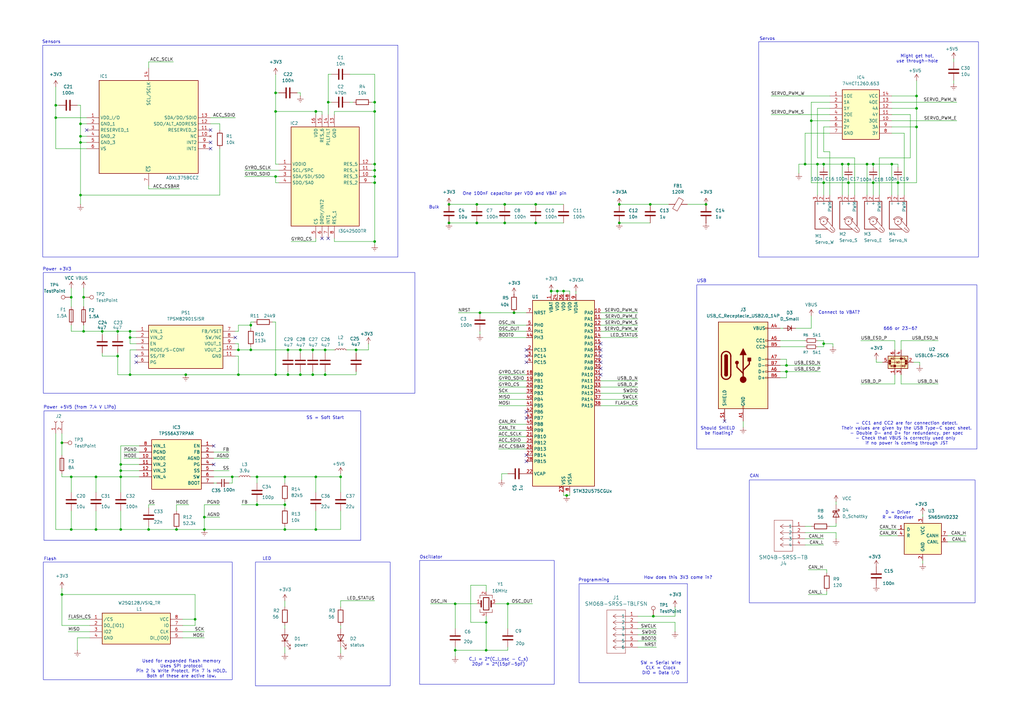
<source format=kicad_sch>
(kicad_sch (version 20250114) (generator "eeschema") (generator_version "9.0")
  (paper "A3")
  (title_block (title "ACS") (date "2025-10-03") (rev "v0.1") (company "AESIR") (comment 9 "Author: Simon Holmqvist"))
  (rectangle (start 17.526 18.542) (end 163.195 105.41))
  (rectangle (start 311.15 17.145) (end 401.32 105.41))
  (rectangle (start 104.775 230.505) (end 160.02 281.305))
  (rectangle (start 285.75 116.84) (end 400.685 184.15))
  (rectangle (start 307.34 196.85) (end 399.923 247.269))
  (rectangle (start 17.78 111.76) (end 170.18 161.29))
  (rectangle (start 237.49 239.395) (end 281.94 280.035))
  (rectangle (start 172.085 229.87) (end 227.33 280.67))
  (rectangle (start 17.78 230.505) (end 95.25 278.765))
  (rectangle (start 18.034 168.529) (end 147.955 221.615))
  (text "SS = Soft Start" (at 133.35 171.45 0) (effects (font (size 1.27 1.27))))
  (text "Power +5V5 (from 7.4 V LiPo)" (at 32.766 167.132 0) (effects (font (size 1.27 1.27))))
  (text "Bulk" (at 178.054 85.09 0) (effects (font (size 1.27 1.27))))
  (text "C_l = 2*(C_l_osc - C_s)\n20pF = 2*(15pF-5pF)" (at 204.47 271.526 0) (effects (font (size 1.27 1.27))))
  (text "Connect to VBAT?" (at 344.17 128.27 0) (effects (font (size 1.27 1.27))))
  (text "Might get hot,\nuse through-hole" (at 376.174 24.13 0) (effects (font (size 1.27 1.27))))
  (text "- CC1 and CC2 are for connection detect.\nTheir values are given by the USB Type-C spec sheet.\n- Double D- and D+ for redundancy, per spec\n- Check that VBUS is correctly used only \nif no power is coming through JST" (at 371.856 177.8 0) (effects (font (size 1.27 1.27))))
  (text "Used for expanded flash memory\nUses SPI protocol\nPin 2 is Write Protect, Pin 7 is HOLD.\nBoth of these are active low." (at 74.422 274.32 0) (effects (font (size 1.27 1.27))))
  (text "666 or 23-6?" (at 369.316 134.874 0) (effects (font (size 1.27 1.27))))
  (text "How does this 3V3 come in?" (at 278.13 236.982 0) (effects (font (size 1.27 1.27))))
  (text "Flash" (at 20.574 229.362 0) (effects (font (size 1.27 1.27))))
  (text "Programming" (at 243.586 237.998 0) (effects (font (size 1.27 1.27))))
  (text "Power +3V3" (at 23.368 110.49 0) (effects (font (size 1.27 1.27))))
  (text "D = Driver\nR = Receiver" (at 368.3 211.328 0) (effects (font (size 1.27 1.27))))
  (text "CAN" (at 309.372 195.326 0) (effects (font (size 1.27 1.27))))
  (text "Sensors" (at 21.082 17.272 0) (effects (font (size 1.27 1.27))))
  (text "SW = Serial Wire\nCLK = Clock\nDIO = Data I/O" (at 271.018 274.066 0) (effects (font (size 1.27 1.27))))
  (text "USB" (at 287.782 115.316 0) (effects (font (size 1.27 1.27))))
  (text "Oscillator" (at 176.784 228.6 0) (effects (font (size 1.27 1.27))))
  (text "LED" (at 109.474 229.235 0) (effects (font (size 1.27 1.27))))
  (text "One 100nF capacitor per VDD and VBAT pin" (at 211.074 79.502 0) (effects (font (size 1.27 1.27))))
  (text "Servos" (at 314.706 16.002 0) (effects (font (size 1.27 1.27))))
  (text "Should SHIELD \nbe floating?" (at 294.894 176.784 0) (effects (font (size 1.27 1.27))))
  (junction (at 375.92 52.07))
  (junction (at 49.53 195.58))
  (junction (at 153.67 74.93))
  (junction (at 231.14 119.38))
  (junction (at 368.3 74.93))
  (junction (at 33.02 50.8))
  (junction (at 129.54 195.58))
  (junction (at 289.56 83.82))
  (junction (at 33.02 55.88))
  (junction (at 33.02 80.01))
  (junction (at 116.84 207.01))
  (junction (at 116.84 217.17))
  (junction (at 365.76 67.31))
  (junction (at 97.79 153.67))
  (junction (at 25.4 243.84))
  (junction (at 102.87 143.51))
  (junction (at 208.28 247.65))
  (junction (at 358.14 74.93))
  (junction (at 72.39 217.17))
  (junction (at 375.92 39.37))
  (junction (at 83.82 212.09))
  (junction (at 95.25 195.58))
  (junction (at 113.03 72.39))
  (junction (at 118.11 153.67))
  (junction (at 347.98 67.31))
  (junction (at 48.26 146.05))
  (junction (at 49.53 193.04))
  (junction (at 228.6 119.38))
  (junction (at 80.01 254))
  (junction (at 97.79 143.51))
  (junction (at 355.6 67.31))
  (junction (at 29.21 121.92))
  (junction (at 128.27 143.51))
  (junction (at 232.41 203.2))
  (junction (at 102.87 133.35))
  (junction (at 60.96 217.17))
  (junction (at 337.82 67.31))
  (junction (at 133.35 143.51))
  (junction (at 123.19 143.51))
  (junction (at 219.71 83.82))
  (junction (at 347.98 74.93))
  (junction (at 254 91.44))
  (junction (at 199.39 255.27))
  (junction (at 153.67 41.91))
  (junction (at 116.84 195.58))
  (junction (at 210.82 128.27))
  (junction (at 186.69 247.65))
  (junction (at 184.15 91.44))
  (junction (at 330.2 67.31))
  (junction (at 41.91 135.89))
  (junction (at 39.37 217.17))
  (junction (at 34.29 121.92))
  (junction (at 34.29 135.89))
  (junction (at 337.82 140.97))
  (junction (at 133.35 153.67))
  (junction (at 29.21 217.17))
  (junction (at 39.37 195.58))
  (junction (at 196.85 128.27))
  (junction (at 337.82 74.93))
  (junction (at 226.06 119.38))
  (junction (at 53.34 135.89))
  (junction (at 345.44 67.31))
  (junction (at 113.03 38.1))
  (junction (at 153.67 45.72))
  (junction (at 105.41 195.58))
  (junction (at 195.58 91.44))
  (junction (at 207.01 83.82))
  (junction (at 207.01 91.44))
  (junction (at 358.14 67.31))
  (junction (at 219.71 91.44))
  (junction (at 53.34 138.43))
  (junction (at 49.53 190.5))
  (junction (at 146.05 143.51))
  (junction (at 186.69 266.7))
  (junction (at 134.62 41.91))
  (junction (at 332.74 49.53))
  (junction (at 322.58 152.4))
  (junction (at 25.4 181.61))
  (junction (at 22.86 48.26))
  (junction (at 118.11 143.51))
  (junction (at 123.19 153.67))
  (junction (at 184.15 83.82))
  (junction (at 199.39 266.7))
  (junction (at 129.54 45.72))
  (junction (at 29.21 195.58))
  (junction (at 195.58 83.82))
  (junction (at 266.7 83.82))
  (junction (at 139.7 195.58))
  (junction (at 113.03 153.67))
  (junction (at 105.41 207.01))
  (junction (at 153.67 72.39))
  (junction (at 129.54 217.17))
  (junction (at 49.53 217.17))
  (junction (at 153.67 67.31))
  (junction (at 335.28 67.31))
  (junction (at 254 83.82))
  (junction (at 113.03 45.72))
  (junction (at 76.2 153.67))
  (junction (at 22.86 43.18))
  (junction (at 128.27 153.67))
  (junction (at 153.67 69.85))
  (junction (at 375.92 44.45))
  (junction (at 322.58 149.86))
  (junction (at 267.97 252.73))
  (junction (at 153.67 99.06))
  (junction (at 33.02 58.42))
  (junction (at 48.26 135.89))
  (junction (at 53.34 153.67))
  (junction (at 83.82 217.17))
  (no_connect (at 215.9 168.91))
  (no_connect (at 215.9 148.59))
  (no_connect (at 215.9 186.69))
  (no_connect (at 215.9 171.45))
  (no_connect (at 246.38 143.51))
  (no_connect (at 297.18 172.72))
  (no_connect (at 246.38 148.59))
  (no_connect (at 55.88 146.05))
  (no_connect (at 86.36 53.34))
  (no_connect (at 86.36 58.42))
  (no_connect (at 87.63 182.88))
  (no_connect (at 215.9 189.23))
  (no_connect (at 86.36 60.96))
  (no_connect (at 134.62 97.79))
  (no_connect (at 55.88 148.59))
  (no_connect (at 132.08 97.79))
  (no_connect (at 87.63 190.5))
  (no_connect (at 246.38 140.97))
  (no_connect (at 246.38 146.05))
  (no_connect (at 96.52 138.43))
  (no_connect (at 35.56 53.34))
  (no_connect (at 246.38 153.67))
  (no_connect (at 215.9 146.05))
  (no_connect (at 215.9 143.51))
  (no_connect (at 246.38 151.13))
  (wire (pts (xy 196.85 135.89) (xy 196.85 137.16)))
  (wire (pts (xy 116.84 267.97) (xy 116.84 265.43)))
  (wire (pts (xy 134.62 41.91) (xy 135.89 41.91)))
  (wire (pts (xy 365.76 44.45) (xy 375.92 44.45)))
  (wire (pts (xy 369.57 153.67) (xy 369.57 157.48)))
  (wire (pts (xy 337.82 74.93) (xy 332.74 74.93)))
  (wire (pts (xy 215.9 173.99) (xy 204.47 173.99)))
  (wire (pts (xy 123.19 152.4) (xy 123.19 153.67)))
  (wire (pts (xy 118.11 143.51) (xy 123.19 143.51)))
  (wire (pts (xy 33.02 55.88) (xy 35.56 55.88)))
  (wire (pts (xy 33.02 58.42) (xy 33.02 80.01)))
  (wire (pts (xy 113.03 72.39) (xy 114.3 72.39)))
  (wire (pts (xy 269.24 257.81) (xy 261.62 257.81)))
  (wire (pts (xy 327.66 67.31) (xy 330.2 67.31)))
  (wire (pts (xy 116.84 195.58) (xy 116.84 198.12)))
  (wire (pts (xy 111.76 132.08) (xy 113.03 132.08)))
  (wire (pts (xy 128.27 152.4) (xy 128.27 153.67)))
  (wire (pts (xy 337.82 139.7) (xy 337.82 140.97)))
  (wire (pts (xy 199.39 266.7) (xy 208.28 266.7)))
  (wire (pts (xy 25.4 241.3) (xy 25.4 243.84)))
  (wire (pts (xy 143.51 30.48) (xy 153.67 30.48)))
  (wire (pts (xy 128.27 153.67) (xy 123.19 153.67)))
  (wire (pts (xy 261.62 128.27) (xy 246.38 128.27)))
  (wire (pts (xy 133.35 144.78) (xy 133.35 143.51)))
  (wire (pts (xy 391.16 34.29) (xy 391.16 33.02)))
  (wire (pts (xy 330.2 54.61) (xy 340.36 54.61)))
  (wire (pts (xy 22.86 43.18) (xy 22.86 48.26)))
  (wire (pts (xy 332.74 74.93) (xy 332.74 49.53)))
  (wire (pts (xy 204.47 176.53) (xy 215.9 176.53)))
  (wire (pts (xy 335.28 44.45) (xy 335.28 64.77)))
  (wire (pts (xy 105.41 207.01) (xy 105.41 205.74)))
  (wire (pts (xy 365.76 49.53) (xy 392.43 49.53)))
  (wire (pts (xy 87.63 195.58) (xy 95.25 195.58)))
  (wire (pts (xy 41.91 144.78) (xy 41.91 146.05)))
  (wire (pts (xy 187.96 128.27) (xy 196.85 128.27)))
  (wire (pts (xy 375.92 33.02) (xy 375.92 39.37)))
  (wire (pts (xy 116.84 256.54) (xy 116.84 257.81)))
  (wire (pts (xy 83.82 217.17) (xy 116.84 217.17)))
  (wire (pts (xy 116.84 246.38) (xy 116.84 248.92)))
  (wire (pts (xy 332.74 49.53) (xy 340.36 49.53)))
  (wire (pts (xy 133.35 143.51) (xy 137.16 143.51)))
  (wire (pts (xy 129.54 99.06) (xy 129.54 97.79)))
  (wire (pts (xy 83.82 259.08) (xy 74.93 259.08)))
  (wire (pts (xy 204.47 163.83) (xy 215.9 163.83)))
  (wire (pts (xy 113.03 45.72) (xy 129.54 45.72)))
  (wire (pts (xy 365.76 54.61) (xy 370.84 54.61)))
  (wire (pts (xy 193.04 240.03) (xy 193.04 255.27)))
  (wire (pts (xy 375.92 44.45) (xy 375.92 52.07)))
  (wire (pts (xy 134.62 30.48) (xy 134.62 41.91)))
  (wire (pts (xy 83.82 261.62) (xy 74.93 261.62)))
  (wire (pts (xy 199.39 240.03) (xy 193.04 240.03)))
  (wire (pts (xy 226.06 120.65) (xy 226.06 119.38)))
  (wire (pts (xy 153.67 30.48) (xy 153.67 41.91)))
  (wire (pts (xy 342.9 214.63) (xy 342.9 215.9)))
  (wire (pts (xy 137.16 99.06) (xy 153.67 99.06)))
  (wire (pts (xy 35.56 50.8) (xy 33.02 50.8)))
  (wire (pts (xy 327.66 67.31) (xy 327.66 71.12)))
  (wire (pts (xy 184.15 91.44) (xy 195.58 91.44)))
  (wire (pts (xy 60.96 217.17) (xy 72.39 217.17)))
  (wire (pts (xy 142.24 143.51) (xy 146.05 143.51)))
  (wire (pts (xy 139.7 209.55) (xy 139.7 217.17)))
  (wire (pts (xy 102.87 143.51) (xy 118.11 143.51)))
  (wire (pts (xy 368.3 74.93) (xy 368.3 80.01)))
  (wire (pts (xy 152.4 74.93) (xy 153.67 74.93)))
  (wire (pts (xy 83.82 217.17) (xy 72.39 217.17)))
  (wire (pts (xy 25.4 177.8) (xy 25.4 181.61)))
  (wire (pts (xy 114.3 38.1) (xy 113.03 38.1)))
  (wire (pts (xy 254 91.44) (xy 266.7 91.44)))
  (wire (pts (xy 365.76 39.37) (xy 375.92 39.37)))
  (wire (pts (xy 129.54 217.17) (xy 139.7 217.17)))
  (wire (pts (xy 232.41 203.2) (xy 233.68 203.2)))
  (wire (pts (xy 133.35 152.4) (xy 133.35 153.67)))
  (wire (pts (xy 22.86 60.96) (xy 35.56 60.96)))
  (wire (pts (xy 196.85 128.27) (xy 210.82 128.27)))
  (wire (pts (xy 132.08 45.72) (xy 129.54 45.72)))
  (wire (pts (xy 123.19 143.51) (xy 128.27 143.51)))
  (wire (pts (xy 358.14 74.93) (xy 358.14 73.66)))
  (wire (pts (xy 39.37 195.58) (xy 39.37 201.93)))
  (wire (pts (xy 39.37 195.58) (xy 49.53 195.58)))
  (wire (pts (xy 375.92 52.07) (xy 375.92 74.93)))
  (wire (pts (xy 123.19 153.67) (xy 118.11 153.67)))
  (wire (pts (xy 128.27 144.78) (xy 128.27 143.51)))
  (wire (pts (xy 276.86 255.27) (xy 276.86 259.08)))
  (wire (pts (xy 29.21 135.89) (xy 34.29 135.89)))
  (wire (pts (xy 199.39 255.27) (xy 199.39 266.7)))
  (wire (pts (xy 204.47 181.61) (xy 215.9 181.61)))
  (wire (pts (xy 33.02 80.01) (xy 90.17 80.01)))
  (wire (pts (xy 29.21 195.58) (xy 39.37 195.58)))
  (wire (pts (xy 24.13 43.18) (xy 22.86 43.18)))
  (wire (pts (xy 87.63 193.04) (xy 93.98 193.04)))
  (wire (pts (xy 341.63 140.97) (xy 341.63 142.24)))
  (wire (pts (xy 330.2 67.31) (xy 335.28 67.31)))
  (wire (pts (xy 86.36 48.26) (xy 96.52 48.26)))
  (wire (pts (xy 378.46 210.82) (xy 378.46 212.09)))
  (wire (pts (xy 102.87 143.51) (xy 102.87 142.24)))
  (wire (pts (xy 22.86 177.8) (xy 22.86 217.17)))
  (wire (pts (xy 347.98 67.31) (xy 355.6 67.31)))
  (wire (pts (xy 339.09 233.68) (xy 331.47 233.68)))
  (wire (pts (xy 153.67 72.39) (xy 153.67 74.93)))
  (wire (pts (xy 137.16 45.72) (xy 153.67 45.72)))
  (wire (pts (xy 49.53 217.17) (xy 60.96 217.17)))
  (wire (pts (xy 53.34 135.89) (xy 55.88 135.89)))
  (wire (pts (xy 60.96 215.9) (xy 60.96 217.17)))
  (wire (pts (xy 41.91 135.89) (xy 48.26 135.89)))
  (wire (pts (xy 359.41 148.59) (xy 361.95 148.59)))
  (wire (pts (xy 335.28 67.31) (xy 337.82 67.31)))
  (wire (pts (xy 332.74 41.91) (xy 340.36 41.91)))
  (wire (pts (xy 116.84 195.58) (xy 129.54 195.58)))
  (wire (pts (xy 226.06 119.38) (xy 228.6 119.38)))
  (wire (pts (xy 199.39 242.57) (xy 199.39 240.03)))
  (wire (pts (xy 339.09 233.68) (xy 339.09 234.95)))
  (wire (pts (xy 29.21 133.35) (xy 29.21 135.89)))
  (wire (pts (xy 49.53 190.5) (xy 49.53 193.04)))
  (wire (pts (xy 80.01 256.54) (xy 80.01 254)))
  (wire (pts (xy 129.54 195.58) (xy 139.7 195.58)))
  (wire (pts (xy 118.11 152.4) (xy 118.11 153.67)))
  (wire (pts (xy 254 83.82) (xy 266.7 83.82)))
  (wire (pts (xy 123.19 38.1) (xy 121.92 38.1)))
  (wire (pts (xy 90.17 212.09) (xy 83.82 212.09)))
  (wire (pts (xy 53.34 138.43) (xy 53.34 140.97)))
  (wire (pts (xy 39.37 217.17) (xy 49.53 217.17)))
  (wire (pts (xy 231.14 119.38) (xy 231.14 120.65)))
  (wire (pts (xy 100.33 69.85) (xy 114.3 69.85)))
  (wire (pts (xy 236.22 119.38) (xy 236.22 120.65)))
  (wire (pts (xy 132.08 46.99) (xy 132.08 45.72)))
  (wire (pts (xy 60.96 207.01) (xy 63.5 207.01)))
  (wire (pts (xy 34.29 121.92) (xy 34.29 125.73)))
  (wire (pts (xy 116.84 205.74) (xy 116.84 207.01)))
  (wire (pts (xy 320.04 152.4) (xy 322.58 152.4)))
  (wire (pts (xy 337.82 142.24) (xy 335.28 142.24)))
  (wire (pts (xy 29.21 217.17) (xy 39.37 217.17)))
  (wire (pts (xy 49.53 190.5) (xy 57.15 190.5)))
  (wire (pts (xy 337.82 74.93) (xy 347.98 74.93)))
  (wire (pts (xy 193.04 255.27) (xy 199.39 255.27)))
  (wire (pts (xy 153.67 67.31) (xy 153.67 69.85)))
  (wire (pts (xy 321.31 134.62) (xy 320.04 134.62)))
  (wire (pts (xy 97.79 135.89) (xy 97.79 133.35)))
  (wire (pts (xy 53.34 143.51) (xy 53.34 153.67)))
  (wire (pts (xy 347.98 68.58) (xy 347.98 67.31)))
  (wire (pts (xy 48.26 144.78) (xy 48.26 146.05)))
  (wire (pts (xy 27.94 259.08) (xy 36.83 259.08)))
  (wire (pts (xy 340.36 62.23) (xy 340.36 80.01)))
  (wire (pts (xy 246.38 158.75) (xy 261.62 158.75)))
  (wire (pts (xy 276.86 248.92) (xy 276.86 252.73)))
  (wire (pts (xy 90.17 80.01) (xy 90.17 60.96)))
  (wire (pts (xy 53.34 138.43) (xy 55.88 138.43)))
  (wire (pts (xy 153.67 99.06) (xy 153.67 100.33)))
  (wire (pts (xy 368.3 217.17) (xy 360.68 217.17)))
  (wire (pts (xy 337.82 62.23) (xy 340.36 62.23)))
  (wire (pts (xy 219.71 91.44) (xy 231.14 91.44)))
  (wire (pts (xy 139.7 256.54) (xy 139.7 257.81)))
  (wire (pts (xy 215.9 184.15) (xy 204.47 184.15)))
  (wire (pts (xy 41.91 137.16) (xy 41.91 135.89)))
  (wire (pts (xy 22.86 60.96) (xy 22.86 48.26)))
  (wire (pts (xy 330.2 54.61) (xy 330.2 67.31)))
  (wire (pts (xy 358.14 68.58) (xy 358.14 67.31)))
  (wire (pts (xy 29.21 201.93) (xy 29.21 195.58)))
  (wire (pts (xy 119.38 99.06) (xy 129.54 99.06)))
  (wire (pts (xy 33.02 43.18) (xy 33.02 50.8)))
  (wire (pts (xy 233.68 119.38) (xy 233.68 120.65)))
  (wire (pts (xy 90.17 50.8) (xy 90.17 53.34)))
  (wire (pts (xy 134.62 30.48) (xy 135.89 30.48)))
  (wire (pts (xy 114.3 74.93) (xy 113.03 74.93)))
  (wire (pts (xy 146.05 144.78) (xy 146.05 143.51)))
  (wire (pts (xy 373.38 46.99) (xy 373.38 64.77)))
  (wire (pts (xy 139.7 246.38) (xy 139.7 248.92)))
  (wire (pts (xy 347.98 74.93) (xy 358.14 74.93)))
  (wire (pts (xy 153.67 45.72) (xy 153.67 67.31)))
  (wire (pts (xy 267.97 252.73) (xy 276.86 252.73)))
  (wire (pts (xy 261.62 252.73) (xy 267.97 252.73)))
  (wire (pts (xy 322.58 147.32) (xy 322.58 149.86)))
  (wire (pts (xy 113.03 72.39) (xy 113.03 74.93)))
  (wire (pts (xy 118.11 144.78) (xy 118.11 143.51)))
  (wire (pts (xy 368.3 219.71) (xy 360.68 219.71)))
  (wire (pts (xy 347.98 74.93) (xy 347.98 80.01)))
  (wire (pts (xy 29.21 118.11) (xy 29.21 121.92)))
  (wire (pts (xy 22.86 35.56) (xy 22.86 43.18)))
  (wire (pts (xy 342.9 218.44) (xy 342.9 220.98)))
  (wire (pts (xy 261.62 133.35) (xy 246.38 133.35)))
  (wire (pts (xy 391.16 25.4) (xy 391.16 24.13)))
  (wire (pts (xy 375.92 39.37) (xy 375.92 44.45)))
  (wire (pts (xy 231.14 203.2) (xy 232.41 203.2)))
  (wire (pts (xy 353.06 139.7) (xy 367.03 139.7)))
  (wire (pts (xy 204.47 166.37) (xy 215.9 166.37)))
  (wire (pts (xy 261.62 255.27) (xy 276.86 255.27)))
  (wire (pts (xy 102.87 133.35) (xy 102.87 134.62)))
  (wire (pts (xy 261.62 130.81) (xy 246.38 130.81)))
  (wire (pts (xy 74.93 254) (xy 80.01 254)))
  (wire (pts (xy 345.44 67.31) (xy 345.44 80.01)))
  (wire (pts (xy 368.3 74.93) (xy 368.3 73.66)))
  (wire (pts (xy 49.53 193.04) (xy 49.53 195.58)))
  (wire (pts (xy 60.96 76.2) (xy 60.96 77.47)))
  (wire (pts (xy 365.76 46.99) (xy 373.38 46.99)))
  (wire (pts (xy 228.6 119.38) (xy 231.14 119.38)))
  (wire (pts (xy 153.67 69.85) (xy 153.67 72.39)))
  (wire (pts (xy 337.82 52.07) (xy 340.36 52.07)))
  (wire (pts (xy 48.26 137.16) (xy 48.26 135.89)))
  (wire (pts (xy 246.38 138.43) (xy 261.62 138.43)))
  (wire (pts (xy 176.53 247.65) (xy 186.69 247.65)))
  (wire (pts (xy 113.03 132.08) (xy 113.03 153.67)))
  (wire (pts (xy 102.87 195.58) (xy 105.41 195.58)))
  (wire (pts (xy 99.06 207.01) (xy 105.41 207.01)))
  (wire (pts (xy 330.2 218.44) (xy 342.9 218.44)))
  (wire (pts (xy 281.94 83.82) (xy 289.56 83.82)))
  (wire (pts (xy 204.47 161.29) (xy 215.9 161.29)))
  (wire (pts (xy 339.09 242.57) (xy 339.09 243.84)))
  (wire (pts (xy 137.16 45.72) (xy 137.16 46.99)))
  (wire (pts (xy 369.57 139.7) (xy 384.81 139.7)))
  (wire (pts (xy 204.47 133.35) (xy 215.9 133.35)))
  (wire (pts (xy 113.03 67.31) (xy 114.3 67.31)))
  (wire (pts (xy 60.96 25.4) (xy 71.12 25.4)))
  (wire (pts (xy 49.53 209.55) (xy 49.53 217.17)))
  (wire (pts (xy 22.86 217.17) (xy 29.21 217.17)))
  (wire (pts (xy 358.14 74.93) (xy 368.3 74.93)))
  (wire (pts (xy 203.2 247.65) (xy 208.28 247.65)))
  (wire (pts (xy 355.6 67.31) (xy 355.6 80.01)))
  (wire (pts (xy 90.17 207.01) (xy 83.82 207.01)))
  (wire (pts (xy 340.36 215.9) (xy 342.9 215.9)))
  (wire (pts (xy 151.13 143.51) (xy 151.13 140.97)))
  (wire (pts (xy 205.74 194.31) (xy 208.28 194.31)))
  (wire (pts (xy 29.21 209.55) (xy 29.21 217.17)))
  (wire (pts (xy 335.28 80.01) (xy 335.28 67.31)))
  (wire (pts (xy 123.19 144.78) (xy 123.19 143.51)))
  (wire (pts (xy 133.35 153.67) (xy 128.27 153.67)))
  (wire (pts (xy 337.82 52.07) (xy 337.82 62.23)))
  (wire (pts (xy 326.39 134.62) (xy 332.74 134.62)))
  (wire (pts (xy 87.63 198.12) (xy 88.9 198.12)))
  (wire (pts (xy 97.79 153.67) (xy 97.79 146.05)))
  (wire (pts (xy 113.03 38.1) (xy 113.03 45.72)))
  (wire (pts (xy 153.67 74.93) (xy 153.67 99.06)))
  (wire (pts (xy 186.69 266.7) (xy 186.69 269.24)))
  (wire (pts (xy 139.7 246.38) (xy 153.67 246.38)))
  (wire (pts (xy 345.44 67.31) (xy 347.98 67.31)))
  (wire (pts (xy 137.16 97.79) (xy 137.16 99.06)))
  (wire (pts (xy 365.76 41.91) (xy 392.43 41.91)))
  (wire (pts (xy 83.82 207.01) (xy 83.82 212.09)))
  (wire (pts (xy 129.54 217.17) (xy 116.84 217.17)))
  (wire (pts (xy 195.58 83.82) (xy 207.01 83.82)))
  (wire (pts (xy 83.82 212.09) (xy 83.82 217.17)))
  (wire (pts (xy 186.69 265.43) (xy 186.69 266.7)))
  (wire (pts (xy 269.24 262.89) (xy 261.62 262.89)))
  (wire (pts (xy 36.83 261.62) (xy 31.75 261.62)))
  (wire (pts (xy 50.8 187.96) (xy 57.15 187.96)))
  (wire (pts (xy 368.3 74.93) (xy 375.92 74.93)))
  (wire (pts (xy 53.34 153.67) (xy 76.2 153.67)))
  (wire (pts (xy 50.8 185.42) (xy 57.15 185.42)))
  (wire (pts (xy 146.05 152.4) (xy 146.05 153.67)))
  (wire (pts (xy 105.41 195.58) (xy 105.41 198.12)))
  (wire (pts (xy 96.52 135.89) (xy 97.79 135.89)))
  (wire (pts (xy 316.23 46.99) (xy 340.36 46.99)))
  (wire (pts (xy 231.14 201.93) (xy 231.14 203.2)))
  (wire (pts (xy 207.01 91.44) (xy 219.71 91.44)))
  (wire (pts (xy 330.2 223.52) (xy 337.82 223.52)))
  (wire (pts (xy 195.58 91.44) (xy 207.01 91.44)))
  (wire (pts (xy 337.82 74.93) (xy 337.82 73.66)))
  (wire (pts (xy 373.38 64.77) (xy 360.68 64.77)))
  (wire (pts (xy 86.36 50.8) (xy 90.17 50.8)))
  (wire (pts (xy 335.28 139.7) (xy 337.82 139.7)))
  (wire (pts (xy 33.02 58.42) (xy 35.56 58.42)))
  (wire (pts (xy 152.4 69.85) (xy 153.67 69.85)))
  (wire (pts (xy 184.15 83.82) (xy 195.58 83.82)))
  (wire (pts (xy 316.23 39.37) (xy 340.36 39.37)))
  (wire (pts (xy 365.76 67.31) (xy 365.76 80.01)))
  (wire (pts (xy 337.82 140.97) (xy 341.63 140.97)))
  (wire (pts (xy 320.04 142.24) (xy 330.2 142.24)))
  (wire (pts (xy 215.9 179.07) (xy 204.47 179.07)))
  (wire (pts (xy 33.02 55.88) (xy 33.02 58.42)))
  (wire (pts (xy 304.8 172.72) (xy 304.8 175.26)))
  (wire (pts (xy 53.34 140.97) (xy 55.88 140.97)))
  (wire (pts (xy 269.24 265.43) (xy 261.62 265.43)))
  (wire (pts (xy 25.4 256.54) (xy 25.4 243.84)))
  (wire (pts (xy 186.69 257.81) (xy 186.69 247.65)))
  (wire (pts (xy 377.19 148.59) (xy 377.19 149.86)))
  (wire (pts (xy 332.74 129.54) (xy 332.74 134.62)))
  (wire (pts (xy 36.83 256.54) (xy 25.4 256.54)))
  (wire (pts (xy 347.98 73.66) (xy 347.98 74.93)))
  (wire (pts (xy 359.41 147.32) (xy 359.41 148.59)))
  (wire (pts (xy 97.79 143.51) (xy 102.87 143.51)))
  (wire (pts (xy 152.4 41.91) (xy 153.67 41.91)))
  (wire (pts (xy 105.41 207.01) (xy 116.84 207.01)))
  (wire (pts (xy 246.38 161.29) (xy 261.62 161.29)))
  (wire (pts (xy 25.4 243.84) (xy 80.01 243.84)))
  (wire (pts (xy 367.03 157.48) (xy 353.06 157.48)))
  (wire (pts (xy 330.2 220.98) (xy 337.82 220.98)))
  (wire (pts (xy 34.29 133.35) (xy 34.29 135.89)))
  (wire (pts (xy 128.27 143.51) (xy 133.35 143.51)))
  (wire (pts (xy 204.47 153.67) (xy 215.9 153.67)))
  (wire (pts (xy 25.4 194.31) (xy 25.4 195.58)))
  (wire (pts (xy 80.01 243.84) (xy 80.01 254)))
  (wire (pts (xy 48.26 146.05) (xy 48.26 153.67)))
  (wire (pts (xy 369.57 157.48) (xy 384.81 157.48)))
  (wire (pts (xy 231.14 119.38) (xy 233.68 119.38)))
  (wire (pts (xy 102.87 132.08) (xy 102.87 133.35)))
  (wire (pts (xy 208.28 247.65) (xy 208.28 257.81)))
  (wire (pts (xy 105.41 195.58) (xy 116.84 195.58)))
  (wire (pts (xy 186.69 266.7) (xy 199.39 266.7)))
  (wire (pts (xy 97.79 133.35) (xy 102.87 133.35)))
  (wire (pts (xy 143.51 41.91) (xy 144.78 41.91)))
  (wire (pts (xy 208.28 247.65) (xy 218.44 247.65)))
  (wire (pts (xy 29.21 121.92) (xy 29.21 125.73)))
  (wire (pts (xy 49.53 195.58) (xy 49.53 201.93)))
  (wire (pts (xy 49.53 193.04) (xy 57.15 193.04)))
  (wire (pts (xy 129.54 45.72) (xy 129.54 46.99)))
  (wire (pts (xy 97.79 153.67) (xy 113.03 153.67)))
  (wire (pts (xy 204.47 156.21) (xy 215.9 156.21)))
  (wire (pts (xy 113.03 153.67) (xy 118.11 153.67)))
  (wire (pts (xy 113.03 45.72) (xy 113.03 67.31)))
  (wire (pts (xy 60.96 77.47) (xy 73.66 77.47)))
  (wire (pts (xy 31.75 43.18) (xy 33.02 43.18)))
  (wire (pts (xy 186.69 247.65) (xy 195.58 247.65)))
  (wire (pts (xy 204.47 138.43) (xy 215.9 138.43)))
  (wire (pts (xy 139.7 195.58) (xy 139.7 201.93)))
  (wire (pts (xy 374.65 148.59) (xy 377.19 148.59)))
  (wire (pts (xy 152.4 72.39) (xy 153.67 72.39)))
  (wire (pts (xy 365.76 52.07) (xy 375.92 52.07)))
  (wire (pts (xy 210.82 128.27) (xy 215.9 128.27)))
  (wire (pts (xy 204.47 158.75) (xy 215.9 158.75)))
  (wire (pts (xy 388.62 219.71) (xy 396.24 219.71)))
  (wire (pts (xy 153.67 41.91) (xy 153.67 45.72)))
  (wire (pts (xy 367.03 153.67) (xy 367.03 157.48)))
  (wire (pts (xy 320.04 149.86) (xy 322.58 149.86)))
  (wire (pts (xy 322.58 152.4) (xy 336.55 152.4)))
  (wire (pts (xy 48.26 153.67) (xy 53.34 153.67)))
  (wire (pts (xy 208.28 266.7) (xy 208.28 265.43)))
  (wire (pts (xy 369.57 143.51) (xy 369.57 139.7)))
  (wire (pts (xy 72.39 207.01) (xy 77.47 207.01)))
  (wire (pts (xy 358.14 74.93) (xy 358.14 80.01)))
  (wire (pts (xy 331.47 243.84) (xy 339.09 243.84)))
  (wire (pts (xy 95.25 195.58) (xy 95.25 198.12)))
  (wire (pts (xy 102.87 132.08) (xy 104.14 132.08)))
  (wire (pts (xy 60.96 208.28) (xy 60.96 207.01)))
  (wire (pts (xy 139.7 195.58) (xy 139.7 194.31)))
  (wire (pts (xy 100.33 72.39) (xy 113.03 72.39)))
  (wire (pts (xy 342.9 205.74) (xy 342.9 207.01)))
  (wire (pts (xy 228.6 119.38) (xy 228.6 120.65)))
  (wire (pts (xy 355.6 67.31) (xy 358.14 67.31)))
  (wire (pts (xy 97.79 146.05) (xy 96.52 146.05)))
  (wire (pts (xy 95.25 198.12) (xy 93.98 198.12)))
  (wire (pts (xy 39.37 209.55) (xy 39.37 217.17)))
  (wire (pts (xy 320.04 139.7) (xy 330.2 139.7)))
  (wire (pts (xy 25.4 195.58) (xy 29.21 195.58)))
  (wire (pts (xy 139.7 267.97) (xy 139.7 265.43)))
  (wire (pts (xy 34.29 118.11) (xy 34.29 121.92)))
  (wire (pts (xy 72.39 209.55) (xy 72.39 207.01)))
  (wire (pts (xy 320.04 154.94) (xy 322.58 154.94)))
  (wire (pts (xy 27.94 254) (xy 36.83 254)))
  (wire (pts (xy 93.98 187.96) (xy 87.63 187.96)))
  (wire (pts (xy 123.19 38.1) (xy 123.19 39.37)))
  (wire (pts (xy 370.84 54.61) (xy 370.84 80.01)))
  (wire (pts (xy 53.34 135.89) (xy 53.34 138.43)))
  (wire (pts (xy 335.28 44.45) (xy 340.36 44.45)))
  (wire (pts (xy 367.03 143.51) (xy 367.03 139.7)))
  (wire (pts (xy 49.53 182.88) (xy 49.53 190.5)))
  (wire (pts (xy 219.71 83.82) (xy 231.14 83.82)))
  (wire (pts (xy 205.74 194.31) (xy 205.74 196.85)))
  (wire (pts (xy 49.53 195.58) (xy 57.15 195.58)))
  (wire (pts (xy 41.91 146.05) (xy 48.26 146.05)))
  (wire (pts (xy 49.53 182.88) (xy 57.15 182.88)))
  (wire (pts (xy 269.24 260.35) (xy 261.62 260.35)))
  (wire (pts (xy 33.02 50.8) (xy 33.02 55.88)))
  (wire (pts (xy 55.88 143.51) (xy 53.34 143.51)))
  (wire (pts (xy 97.79 140.97) (xy 97.79 143.51)))
  (wire (pts (xy 337.82 68.58) (xy 337.82 67.31)))
  (wire (pts (xy 233.68 203.2) (xy 233.68 201.93)))
  (wire (pts (xy 332.74 49.53) (xy 332.74 41.91)))
  (wire (pts (xy 129.54 195.58) (xy 129.54 201.93)))
  (wire (pts (xy 360.68 64.77) (xy 360.68 80.01)))
  (wire (pts (xy 358.14 67.31) (xy 365.76 67.31)))
  (wire (pts (xy 96.52 140.97) (xy 97.79 140.97)))
  (wire (pts (xy 261.62 135.89) (xy 246.38 135.89)))
  (wire (pts (xy 116.84 207.01) (xy 116.84 208.28)))
  (wire (pts (xy 151.13 143.51) (xy 146.05 143.51)))
  (wire (pts (xy 48.26 135.89) (xy 53.34 135.89)))
  (wire (pts (xy 246.38 163.83) (xy 261.62 163.83)))
  (wire (pts (xy 60.96 25.4) (xy 60.96 27.94)))
  (wire (pts (xy 152.4 67.31) (xy 153.67 67.31)))
  (wire (pts (xy 31.75 261.62) (xy 31.75 266.7)))
  (wire (pts (xy 33.02 80.01) (xy 33.02 83.82)))
  (wire (pts (xy 76.2 153.67) (xy 97.79 153.67)))
  (wire (pts (xy 22.86 48.26) (xy 35.56 48.26)))
  (wire (pts (xy 246.38 166.37) (xy 261.62 166.37)))
  (wire (pts (xy 199.39 255.27) (xy 199.39 252.73)))
  (wire (pts (xy 129.54 209.55) (xy 129.54 217.17)))
  (wire (pts (xy 337.82 80.01) (xy 337.82 74.93)))
  (wire (pts (xy 116.84 217.17) (xy 116.84 215.9)))
  (wire (pts (xy 34.29 135.89) (xy 41.91 135.89)))
  (wire (pts (xy 322.58 152.4) (xy 322.58 154.94)))
  (wire (pts (xy 146.05 153.67) (xy 133.35 153.67)))
  (wire (pts (xy 350.52 64.77) (xy 350.52 80.01)))
  (wire (pts (xy 134.62 41.91) (xy 134.62 46.99)))
  (wire (pts (xy 332.74 215.9) (xy 330.2 215.9)))
  (wire (pts (xy 113.03 30.48) (xy 113.03 38.1)))
  (wire (pts (xy 95.25 195.58) (xy 97.79 195.58)))
  (wire (pts (xy 368.3 68.58) (xy 368.3 67.31)))
  (wire (pts (xy 96.52 143.51) (xy 97.79 143.51)))
  (wire (pts (xy 93.98 185.42) (xy 87.63 185.42)))
  (wire (pts (xy 320.04 147.32) (xy 322.58 147.32)))
  (wire (pts (xy 365.76 67.31) (xy 368.3 67.31)))
  (wire (pts (xy 246.38 156.21) (xy 261.62 156.21)))
  (wire (pts (xy 74.93 256.54) (xy 80.01 256.54)))
  (wire (pts (xy 337.82 140.97) (xy 337.82 142.24)))
  (wire (pts (xy 322.58 149.86) (xy 336.55 149.86)))
  (wire (pts (xy 335.28 64.77) (xy 350.52 64.77)))
  (wire (pts (xy 207.01 83.82) (xy 219.71 83.82)))
  (wire (pts (xy 204.47 135.89) (xy 215.9 135.89)))
  (wire (pts (xy 25.4 181.61) (xy 25.4 186.69)))
  (wire (pts (xy 378.46 231.14) (xy 378.46 229.87)))
  (wire (pts (xy 266.7 83.82) (xy 274.32 83.82)))
  (wire (pts (xy 337.82 67.31) (xy 345.44 67.31)))
  (wire (pts (xy 388.62 222.25) (xy 396.24 222.25)))
  (label "SERVO_PWM_E" (at 261.62 130.81 180))
  (label "CAN_L" (at 396.24 222.25 180))
  (label "CAN_H" (at 331.47 233.68 0))
  (label "SWDIO" (at 269.24 260.35 180))
  (label "CAN_L" (at 337.82 223.52 180))
  (label "SCK" (at 83.82 259.08 180))
  (label "PGND" (at 90.17 207.01 180))
  (label "ACC_SDIO" (at 96.52 48.26 180))
  (label "FLASH_CS" (at 261.62 166.37 180))
  (label "SWCLK" (at 261.62 163.83 180))
  (label "ACC_CSBAR" (at 204.47 184.15 0))
  (label "SS" (at 63.5 207.01 180))
  (label "GYRO_SCLK" (at 100.33 69.85 0))
  (label "USB_D_P" (at 261.62 158.75 180))
  (label "MODE" (at 77.47 207.01 180))
  (label "GYRO_SDIO" (at 204.47 156.21 0))
  (label "GYRO_SCLK" (at 204.47 153.67 0))
  (label "FLASH_CS" (at 27.94 254 0))
  (label "MISO" (at 204.47 163.83 0))
  (label "ACC_CSBAR" (at 73.66 77.47 180))
  (label "SERVO_PWM_N" (at 261.62 128.27 180))
  (label "SERVO_PWM_W" (at 316.23 39.37 0))
  (label "MODE" (at 50.8 187.96 0))
  (label "CAN_TX" (at 204.47 176.53 0))
  (label "LED_STATUS" (at 153.67 246.38 180))
  (label "CAN_L" (at 331.47 243.84 0))
  (label "USB_D_N" (at 261.62 156.21 180))
  (label "OSC_IN" (at 204.47 133.35 0))
  (label "MOSI" (at 83.82 261.62 180))
  (label "ACC_SCLK" (at 204.47 179.07 0))
  (label "CAN_H" (at 396.24 219.71 180))
  (label "GYRO_CS" (at 204.47 158.75 0))
  (label "AGND" (at 93.98 187.96 180))
  (label "BOOT0" (at 204.47 138.43 0))
  (label "ACC_SCLK" (at 71.12 25.4 180))
  (label "NRST" (at 269.24 265.43 180))
  (label "GYRO_CS" (at 119.38 99.06 0))
  (label "FB" (at 99.06 207.01 0))
  (label "NRST" (at 187.96 128.27 0))
  (label "MOSI" (at 204.47 166.37 0))
  (label "SS" (at 93.98 193.04 180))
  (label "OSC_OUT" (at 204.47 135.89 0))
  (label "PGND" (at 50.8 185.42 0))
  (label "USB_D_N" (at 384.81 157.48 180))
  (label "SERVO_PWM_E" (at 392.43 49.53 180))
  (label "SWDIO" (at 261.62 161.29 180))
  (label "SCK" (at 204.47 161.29 0))
  (label "CAN_H" (at 337.82 220.98 180))
  (label "AGND" (at 90.17 212.09 180))
  (label "CAN_TX" (at 360.68 217.17 0))
  (label "BOOT0" (at 269.24 262.89 180))
  (label "CAN_RX" (at 204.47 173.99 0))
  (label "USB_ESD_N" (at 336.55 149.86 180))
  (label "USB_ESD_P" (at 353.06 139.7 0))
  (label "OSC_IN" (at 176.53 247.65 0))
  (label "FB" (at 93.98 185.42 180))
  (label "USB_ESD_N" (at 384.81 139.7 180))
  (label "SERVO_PWM_W" (at 261.62 135.89 180))
  (label "USB_D_P" (at 353.06 157.48 0))
  (label "OSC_OUT" (at 218.44 247.65 180))
  (label "SERVO_PWM_S" (at 316.23 46.99 0))
  (label "USB_ESD_P" (at 336.55 152.4 180))
  (label "SERVO_PWM_S" (at 261.62 133.35 180))
  (label "MISO" (at 27.94 259.08 0))
  (label "SERVO_PWM_N" (at 392.43 41.91 180))
  (label "ACC_SDIO" (at 204.47 181.61 0))
  (label "GYRO_SDIO" (at 100.33 72.39 0))
  (label "LED_STATUS" (at 261.62 138.43 180))
  (label "CAN_RX" (at 360.68 219.71 0))
  (label "SWCLK" (at 269.24 257.81 180))
  (symbol (lib_id "Device:R") (at 90.17 57.15 0) (unit 1)
    (property "Reference" "R1" (at 92.71 55.8799 0) (effects (justify left)))
    (property "Value" "10k" (at 92.71 58.4199 0) (effects (justify left)))
    (property "Footprint" "SamacSys_Parts:RESC1608X55N" (effects (hide yes)))
    (property "Description" "Resistor" (effects (hide yes)))
  )
  (symbol (lib_id "power:+3V3") (at 113.03 30.48 0) (unit 1)
    (property "Reference" "#PWR07" (effects (hide yes)))
    (property "Value" "+3V3" (at 113.03 25.4 0))
    (property "Description" "Power symbol creates a global label with name \"+3V3\"" (effects (hide yes)))
  )
  (symbol (lib_id "Device:L_Small") (at 100.33 195.58 90) (unit 1)
    (property "Reference" "L3" (at 100.33 190.5 90))
    (property "Value" "3.9u" (at 100.33 193.04 90))
    (property "Footprint" "SamacSys_Parts:INDPM110100X400N" (effects (hide yes)))
    (property "Description" "Inductor, small symbol" (effects (hide yes)))
  )
  (symbol (lib_id "power:Earth") (at 276.86 259.08 0) (unit 1)
    (property "Reference" "#PWR06" (effects (hide yes)))
    (property "Value" "Earth" (effects (hide yes)))
    (property "Description" "Power symbol creates a global label with name \"Earth\"" (effects (hide yes)))
  )
  (symbol (lib_id "Device:R") (at 339.09 238.76 180) (unit 1)
    (property "Reference" "R9" (at 341.63 237.4899 0) (effects (justify right)))
    (property "Value" "120" (at 341.63 240.0299 0) (effects (justify right)))
    (property "Footprint" "SamacSys_Parts:RESC3216X60N" (effects (hide yes)))
    (property "Description" "Resistor" (effects (hide yes)))
  )
  (symbol (lib_id "power:+3V3") (at 210.82 120.65 0) (unit 1)
    (property "Reference" "#PWR014" (effects (hide yes)))
    (property "Value" "+3V3" (at 210.82 116.078 0))
    (property "Description" "Power symbol creates a global label with name \"+3V3\"" (effects (hide yes)))
  )
  (symbol (lib_id "power:Earth") (at 186.69 269.24 0) (unit 1)
    (property "Reference" "#PWR017" (effects (hide yes)))
    (property "Value" "Earth" (effects (hide yes)))
    (property "Description" "Power symbol creates a global label with name \"Earth\"" (effects (hide yes)))
  )
  (symbol (lib_id "power:+3V3") (at 25.4 241.3 0) (unit 1)
    (property "Reference" "#PWR02" (effects (hide yes)))
    (property "Value" "+3V3" (at 25.4 236.22 0))
    (property "Description" "Power symbol creates a global label with name \"+3V3\"" (effects (hide yes)))
  )
  (symbol (lib_id "power:+3V3") (at 342.9 205.74 0) (unit 1)
    (property "Reference" "#PWR032" (effects (hide yes)))
    (property "Value" "VCC" (at 345.44 204.4699 0) (effects (justify left)))
    (property "Description" "Power symbol creates a global label with name \"+3V3\"" (effects (hide yes)))
  )
  (symbol (lib_id "Device:C") (at 208.28 261.62 180) (unit 1)
    (property "Reference" "C9" (at 212.598 258.826 0))
    (property "Value" "20p" (at 213.36 263.906 0))
    (property "Footprint" "SamacSys_Parts:GRM033D70J224ME01D" (effects (hide yes)))
    (property "Description" "Unpolarized capacitor" (effects (hide yes)))
  )
  (symbol (lib_id "Device:C") (at 289.56 87.63 0) (unit 1)
    (property "Reference" "C14" (at 293.37 86.3599 0) (effects (justify left)))
    (property "Value" "1u" (at 293.37 88.8999 0) (effects (justify left)))
    (property "Footprint" "SamacSys_Parts:GRT155R71H472KE01D" (effects (hide yes)))
    (property "Description" "Unpolarized capacitor" (effects (hide yes)))
  )
  (symbol (lib_id "Device:R_Small") (at 332.74 142.24 270) (unit 1)
    (property "Reference" "R7" (at 330.454 144.526 90) (effects (font (size 1.016 1.016))))
    (property "Value" "5k1" (at 335.026 144.526 90))
    (property "Footprint" "SamacSys_Parts:RESC1608X55N" (effects (hide yes)))
    (property "Description" "Resistor, small symbol" (effects (hide yes)))
  )
  (symbol (lib_id "power:Earth") (at 153.67 100.33 0) (unit 1)
    (property "Reference" "#PWR011" (effects (hide yes)))
    (property "Value" "Earth" (effects (hide yes)))
    (property "Description" "Power symbol creates a global label with name \"Earth\"" (effects (hide yes)))
  )
  (symbol (lib_id "power:+3V3") (at 276.86 248.92 0) (unit 1)
    (property "Reference" "#PWR05" (effects (hide yes)))
    (property "Value" "+3V3" (at 276.86 243.84 0))
    (property "Description" "Power symbol creates a global label with name \"+3V3\"" (effects (hide yes)))
  )
  (symbol (lib_id "power:Earth") (at 196.85 137.16 0) (unit 1)
    (property "Reference" "#PWR012" (effects (hide yes)))
    (property "Value" "Earth" (effects (hide yes)))
    (property "Description" "Power symbol creates a global label with name \"Earth\"" (effects (hide yes)))
  )
  (symbol (lib_id "Connector:TestPoint") (at 29.21 121.92 90) (unit 1)
    (property "Reference" "TP4" (at 22.352 116.84 90))
    (property "Value" "TestPoint" (at 22.352 119.38 90))
    (property "Description" "test point" (effects (hide yes)))
  )
  (symbol (lib_id "Device:Crystal_GND24") (at 199.39 247.65 0) (unit 1)
    (property "Reference" "Y1" (at 205.232 239.522 0))
    (property "Value" "16MHz" (at 204.978 242.316 0))
    (property "Footprint" "SamacSys_Parts:SG210STF160000ML5" (effects (hide yes)))
    (property "Description" "Four pin crystal, GND on pins 2 and 4" (effects (hide yes)))
  )
  (symbol (lib_id "Motor:Motor_Servo") (at 358.14 87.63 270) (unit 1)
    (property "Reference" "M3" (at 354.33 96.012 90) (effects (justify left)))
    (property "Value" "Servo_E" (at 354.33 98.552 90) (effects (justify left)))
    (property "Footprint" "Connector_PinHeader_2.54mm:PinHeader_1x03_P2.54mm_Vertical" (effects (hide yes)))
    (property "Datasheet" "http://forums.parallax.com/uploads/attachments/46831/74481.png" (effects (hide yes)))
    (property "Description" "Servo Motor (Futaba, HiTec, JR connector)" (effects (hide yes)))
  )
  (symbol (lib_id "power:Earth") (at 304.8 175.26 0) (unit 1)
    (property "Reference" "#PWR029" (effects (hide yes)))
    (property "Value" "Earth" (effects (hide yes)))
    (property "Description" "Power symbol creates a global label with name \"Earth\"" (effects (hide yes)))
  )
  (symbol (lib_id "Device:C") (at 196.85 132.08 0) (unit 1)
    (property "Reference" "C3" (at 188.722 130.81 0) (effects (justify left)))
    (property "Value" "100n" (at 188.722 133.35 0) (effects (justify left)))
    (property "Footprint" "SamacSys_Parts:CAPC0603X35N" (effects (hide yes)))
    (property "Description" "Unpolarized capacitor" (effects (hide yes)))
  )
  (symbol (lib_id "SamacSys_Parts:W25Q128JVSIQ_TR") (at 36.83 254 0) (unit 1)
    (property "Reference" "L1" (at 57.15 249.809 0))
    (property "Value" "W25Q128JVSIQ_TR" (at 57.15 247.269 0))
    (property "Footprint" "SamacSys_Parts:SOIC127P780X195-8N" (effects (hide yes)))
    (property "Datasheet" "http://www.winbond.com/resource-files/w25q128jv%20spi%20revc%2011162016.pdf" (effects (hide yes)))
    (property "Description" "FLASH - NOR Memory IC 128Mb (16M x 8) SPI - Quad I/O 8-SOIC" (effects (hide yes)))
    (property "Height" "1.95" (effects (hide yes)))
    (property "Mouser Part Number" "454-W25Q128JVSIQTR" (effects (hide yes)))
    (property "Mouser Price/Stock" "https://www.mouser.co.uk/ProductDetail/Winbond/W25Q128JVSIQ-TR?qs=qSfuJ%252Bfl%2Fd7vTyLA9kNdGw%3D%3D" (effects (hide yes)))
    (property "Manufacturer_Name" "Winbond" (effects (hide yes)))
    (property "Manufacturer_Part_Number" "W25Q128JVSIQ TR" (effects (hide yes)))
  )
  (symbol (lib_id "Device:C") (at 129.54 205.74 180) (unit 1)
    (property "Reference" "C36" (at 131.572 203.454 0) (effects (justify right)))
    (property "Value" "22u" (at 131.572 207.772 0) (effects (justify right)))
    (property "Footprint" "SamacSys_Parts:GRM18x" (effects (hide yes)))
    (property "Description" "Unpolarized capacitor" (effects (hide yes)))
  )
  (symbol (lib_id "power:+3V3") (at 236.22 119.38 0) (unit 1)
    (property "Reference" "#PWR020" (effects (hide yes)))
    (property "Value" "+3V3A" (at 236.22 114.808 0))
    (property "Description" "Power symbol creates a global label with name \"+3V3\"" (effects (hide yes)))
  )
  (symbol (lib_id "Device:R") (at 116.84 201.93 0) (unit 1)
    (property "Reference" "R14" (at 119.38 200.6599 0) (effects (justify left)))
    (property "Value" "82k5" (at 119.38 203.1999 0) (effects (justify left)))
    (property "Footprint" "SamacSys_Parts:ERJP06D1000V" (effects (hide yes)))
    (property "Description" "Resistor" (effects (hide yes)))
  )
  (symbol (lib_id "power:Earth") (at 33.02 83.82 0) (unit 1)
    (property "Reference" "#PWR03" (effects (hide yes)))
    (property "Value" "Earth" (effects (hide yes)))
    (property "Description" "Power symbol creates a global label with name \"Earth\"" (effects (hide yes)))
  )
  (symbol (lib_id "Connector:TestPoint") (at 34.29 121.92 270) (unit 1)
    (property "Reference" "TP2" (at 39.37 120.6499 90) (effects (justify left)))
    (property "Value" "TestPoint" (at 39.37 123.1899 90) (effects (justify left)))
    (property "Description" "test point" (effects (hide yes)))
  )
  (symbol (lib_id "power:+3V3") (at 226.06 119.38 0) (unit 1)
    (property "Reference" "#PWR018" (effects (hide yes)))
    (property "Value" "+3V3" (at 226.06 114.3 0))
    (property "Description" "Power symbol creates a global label with name \"+3V3\"" (effects (hide yes)))
  )
  (symbol (lib_id "Device:C") (at 254 87.63 0) (unit 1)
    (property "Reference" "C12" (at 257.81 86.3599 0) (effects (justify left)))
    (property "Value" "10n" (at 257.81 88.8999 0) (effects (justify left)))
    (property "Footprint" "SamacSys_Parts:CAPC1005X55N" (effects (hide yes)))
    (property "Description" "Unpolarized capacitor" (effects (hide yes)))
  )
  (symbol (lib_id "power:Earth") (at 184.15 91.44 0) (unit 1)
    (property "Reference" "#PWR016" (effects (hide yes)))
    (property "Value" "Earth" (effects (hide yes)))
    (property "Description" "Power symbol creates a global label with name \"Earth\"" (effects (hide yes)))
  )
  (symbol (lib_id "power:+3V3") (at 29.21 118.11 0) (unit 1)
    (property "Reference" "#PWR042" (effects (hide yes)))
    (property "Value" "VCC" (at 28.448 114.046 0))
    (property "Description" "Power symbol creates a global label with name \"+3V3\"" (effects (hide yes)))
  )
  (symbol (lib_id "ACS_library:SM04B-SRSS-TB") (at 330.2 215.9 0) (mirror y) (unit 1)
    (property "Reference" "J4" (at 321.31 231.14 0) (effects (font (size 1.524 1.524))))
    (property "Value" "SM04B-SRSS-TB" (at 321.31 228.6 0) (effects (font (size 1.524 1.524))))
    (property "Footprint" "ACS:CONN_SM04B-SRSS-TB_JST" (effects (hide yes)))
    (property "Datasheet" "SM04B-SRSS-TB" (effects (hide yes)))
  )
  (symbol (lib_id "Device:C") (at 48.26 140.97 180) (unit 1)
    (property "Reference" "C23" (at 46.482 132.334 0) (effects (justify right)))
    (property "Value" "4u7" (at 46.228 134.366 0) (effects (justify right)))
    (property "Footprint" "SamacSys_Parts:CAPC0603X55N" (effects (hide yes)))
    (property "Description" "Unpolarized capacitor" (effects (hide yes)))
  )
  (symbol (lib_id "Connector:Conn_01x02_Socket") (at 22.86 172.72 90) (unit 1)
    (property "Reference" "J2" (at 22.86 170.688 90) (effects (justify right)))
    (property "Value" "XT30" (effects (hide yes)))
    (property "Footprint" "ACS:XT30" (effects (hide yes)))
    (property "Description" "Generic connector, single row, 01x02, script generated" (effects (hide yes)))
  )
  (symbol (lib_id "Motor:Motor_Servo") (at 347.98 87.63 270) (unit 1)
    (property "Reference" "M2" (at 344.17 96.012 90) (effects (justify left)))
    (property "Value" "Servo_S" (at 344.17 98.552 90) (effects (justify left)))
    (property "Footprint" "Connector_PinHeader_2.54mm:PinHeader_1x03_P2.54mm_Vertical" (effects (hide yes)))
    (property "Datasheet" "http://forums.parallax.com/uploads/attachments/46831/74481.png" (effects (hide yes)))
    (property "Description" "Servo Motor (Futaba, HiTec, JR connector)" (effects (hide yes)))
  )
  (symbol (lib_id "power:Earth") (at 377.19 149.86 0) (unit 1)
    (property "Reference" "#PWR039" (effects (hide yes)))
    (property "Value" "Earth" (effects (hide yes)))
    (property "Description" "Power symbol creates a global label with name \"Earth\"" (effects (hide yes)))
  )
  (symbol (lib_id "Motor:Motor_Servo") (at 368.3 87.63 270) (unit 1)
    (property "Reference" "M4" (at 364.49 96.012 90) (effects (justify left)))
    (property "Value" "Servo_N" (at 364.49 98.552 90) (effects (justify left)))
    (property "Footprint" "Connector_PinHeader_2.54mm:PinHeader_1x03_P2.54mm_Vertical" (effects (hide yes)))
    (property "Datasheet" "http://forums.parallax.com/uploads/attachments/46831/74481.png" (effects (hide yes)))
    (property "Description" "Servo Motor (Futaba, HiTec, JR connector)" (effects (hide yes)))
  )
  (symbol (lib_id "power:Earth") (at 359.41 240.03 0) (unit 1)
    (property "Reference" "#PWR037" (effects (hide yes)))
    (property "Value" "Earth" (effects (hide yes)))
    (property "Description" "Power symbol creates a global label with name \"Earth\"" (effects (hide yes)))
  )
  (symbol (lib_id "power:+3V3") (at 34.29 118.11 0) (unit 1)
    (property "Reference" "#PWR021" (effects (hide yes)))
    (property "Value" "VBUS" (at 33.528 114.046 0))
    (property "Description" "Power symbol creates a global label with name \"+3V3\"" (effects (hide yes)))
  )
  (symbol (lib_id "Device:C") (at 123.19 148.59 180) (unit 1)
    (property "Reference" "C28" (at 121.412 139.192 0) (effects (justify right)))
    (property "Value" "4u7" (at 121.412 141.478 0) (effects (justify right)))
    (property "Footprint" "SamacSys_Parts:CAPC0603X55N" (effects (hide yes)))
    (property "Description" "Unpolarized capacitor" (effects (hide yes)))
  )
  (symbol (lib_id "power:Earth") (at 139.7 267.97 0) (unit 1)
    (property "Reference" "#PWR010" (effects (hide yes)))
    (property "Value" "Earth" (effects (hide yes)))
    (property "Description" "Power symbol creates a global label with name \"Earth\"" (effects (hide yes)))
  )
  (symbol (lib_id "SamacSys_Parts:74HCT126D,653") (at 340.36 39.37 0) (unit 1)
    (property "Reference" "IC4" (at 353.06 31.75 0))
    (property "Value" "74HCT126D,653" (at 353.06 34.29 0))
    (property "Footprint" "SamacSys_Parts:SOIC127P600X175-14N" (effects (hide yes)))
    (property "Datasheet" "https://componentsearchengine.com/Datasheets/1/74HCT126D,653.pdf" (effects (hide yes)))
    (property "Description" "74HC(T)126 - Quad buffer/line driver; 3-state@en-us" (effects (hide yes)))
    (property "Height" "1.75" (effects (hide yes)))
    (property "Mouser Part Number" "771-74HCT126D-T" (effects (hide yes)))
    (property "Mouser Price/Stock" "https://www.mouser.com/Search/Refine.aspx?Keyword=771-74HCT126D-T" (effects (hide yes)))
    (property "Manufacturer_Name" "Nexperia" (effects (hide yes)))
    (property "Manufacturer_Part_Number" "74HCT126D,653" (effects (hide yes)))
  )
  (symbol (lib_id "power:Earth") (at 205.74 196.85 0) (unit 1)
    (property "Reference" "#PWR013" (effects (hide yes)))
    (property "Value" "Earth" (effects (hide yes)))
    (property "Description" "Power symbol creates a global label with name \"Earth\"" (effects (hide yes)))
  )
  (symbol (lib_id "ACS_library:SM06B-SRSS-TBLFSN") (at 261.62 252.73 0) (mirror y) (unit 1)
    (property "Reference" "J1" (at 252.73 245.11 0) (effects (font (size 1.524 1.524))))
    (property "Value" "SM06B-SRSS-TBLFSN" (at 252.73 247.65 0) (effects (font (size 1.524 1.524))))
    (property "Footprint" "ACS:CONN_SM06B-SRSS-TB_JST" (effects (hide yes)))
    (property "Datasheet" "SM06B-SRSS-TBLFSN" (effects (hide yes)))
  )
  (symbol (lib_id "Device:C") (at 212.09 194.31 90) (unit 1)
    (property "Reference" "C5" (at 211.074 201.422 0) (effects (justify left)))
    (property "Value" "1u" (at 213.614 201.422 0) (effects (justify left)))
    (property "Footprint" "SamacSys_Parts:GRT155R71H472KE01D" (effects (hide yes)))
    (property "Description" "Unpolarized capacitor" (effects (hide yes)))
  )
  (symbol (lib_id "Device:LED") (at 116.84 261.62 90) (unit 1)
    (property "Reference" "D1" (at 120.65 261.9374 90) (effects (justify right)))
    (property "Value" "power" (at 120.65 264.4774 90) (effects (justify right)))
    (property "Footprint" "SamacSys_Parts:LEDC1608X85N" (effects (hide yes)))
    (property "Description" "Light emitting diode" (effects (hide yes)))
    (property "Sim.Pins" "1=K 2=A" (effects (hide yes)))
  )
  (symbol (lib_id "Device:C") (at 49.53 205.74 180) (unit 1)
    (property "Reference" "C32" (at 51.562 203.454 0) (effects (justify right)))
    (property "Value" "100n" (at 51.562 207.772 0) (effects (justify right)))
    (property "Footprint" "SamacSys_Parts:CAPC0603X35N" (effects (hide yes)))
    (property "Description" "Unpolarized capacitor" (effects (hide yes)))
  )
  (symbol (lib_id "SamacSys_Parts:TPSM82901SISR") (at 55.88 135.89 0) (unit 1)
    (property "Reference" "PS1" (at 76.2 128.27 0))
    (property "Value" "TPSM82901SISR" (at 76.2 130.81 0))
    (property "Footprint" "SamacSys_Parts:TPSM82901SISR" (effects (hide yes)))
    (property "Datasheet" "https://www.ti.com/lit/ds/symlink/tpsm82901.pdf?ts=1677468864408&ref_url=https%253A%252F%252Fwww.ti.com%252Fproduct%252FTPSM82901%253FkeyMatch%253DTPSM82901SISR%2526tisearch%253Dsearch-everything%2526usecase%253DOPN" (effects (hide yes)))
    (property "Description" "Switching Voltage Regulators 3-V to 17-V, 1-A high efficiency, low IQ synchronous buck converter module with integrated inductor" (effects (hide yes)))
    (property "Height" "1.6" (effects (hide yes)))
    (property "Mouser Part Number" "595-TPSM82901SISR" (effects (hide yes)))
    (property "Mouser Price/Stock" "https://www.mouser.co.uk/ProductDetail/Texas-Instruments/TPSM82901SISR?qs=rQFj71Wb1eVbWO4RsDfp0A%3D%3D" (effects (hide yes)))
    (property "Manufacturer_Name" "Texas Instruments" (effects (hide yes)))
    (property "Manufacturer_Part_Number" "TPSM82901SISR" (effects (hide yes)))
  )
  (symbol (lib_id "Device:C") (at 266.7 87.63 0) (unit 1)
    (property "Reference" "C13" (at 270.51 86.3599 0) (effects (justify left)))
    (property "Value" "1u" (at 270.51 88.8999 0) (effects (justify left)))
    (property "Footprint" "SamacSys_Parts:GRT155R71H472KE01D" (effects (hide yes)))
    (property "Description" "Unpolarized capacitor" (effects (hide yes)))
  )
  (symbol (lib_id "Device:Fuse") (at 29.21 129.54 0) (unit 1)
    (property "Reference" "F1" (at 24.638 127 0) (effects (justify left)))
    (property "Value" "1.5A" (at 23.114 129.54 0) (effects (justify left)))
    (property "Footprint" "SamacSys_Parts:FUSC6125X279N" (effects (hide yes)))
    (property "Description" "Fuse" (effects (hide yes)))
  )
  (symbol (lib_id "power:+3V3") (at 359.41 232.41 0) (unit 1)
    (property "Reference" "#PWR036" (effects (hide yes)))
    (property "Value" "+3V3" (at 358.648 228.346 0))
    (property "Description" "Power symbol creates a global label with name \"+3V3\"" (effects (hide yes)))
  )
  (symbol (lib_id "power:+3V3") (at 332.74 129.54 0) (unit 1)
    (property "Reference" "#PWR030" (effects (hide yes)))
    (property "Value" "VBUS" (at 332.74 124.968 0))
    (property "Description" "Power symbol creates a global label with name \"+3V3\"" (effects (hide yes)))
  )
  (symbol (lib_id "Device:D_Schottky") (at 342.9 210.82 270) (unit 1)
    (property "Reference" "D4" (at 345.44 209.2324 90) (effects (justify left)))
    (property "Value" "D_Schottky" (at 345.44 211.7724 90) (effects (justify left)))
    (property "Footprint" "SamacSys_Parts:NSR0530HT3G" (effects (hide yes)))
    (property "Description" "Schottky diode" (effects (hide yes)))
  )
  (symbol (lib_id "Device:C") (at 359.41 236.22 0) (unit 1)
    (property "Reference" "C15" (at 364.49 234.188 0))
    (property "Value" "100n" (at 364.49 239.268 0))
    (property "Footprint" "SamacSys_Parts:CAPC0603X35N" (effects (hide yes)))
    (property "Description" "Unpolarized capacitor" (effects (hide yes)))
  )
  (symbol (lib_id "Device:C_Small") (at 358.14 71.12 180) (unit 1)
    (property "Reference" "C18" (at 360.426 73.66 0))
    (property "Value" "100n" (at 355.092 73.66 0))
    (property "Footprint" "SamacSys_Parts:CAPC0603X35N" (effects (hide yes)))
    (property "Description" "Unpolarized capacitor, small symbol" (effects (hide yes)))
  )
  (symbol (lib_id "Device:C") (at 139.7 41.91 90) (unit 1)
    (property "Reference" "C2" (at 139.7 35.56 90))
    (property "Value" "470n" (at 139.7 38.1 90))
    (property "Footprint" "SamacSys_Parts:GRM033D70J224ME01D" (effects (hide yes)))
    (property "Description" "Unpolarized capacitor" (effects (hide yes)))
  )
  (symbol (lib_id "Device:LED") (at 139.7 261.62 90) (unit 1)
    (property "Reference" "D2" (at 143.51 261.9374 90) (effects (justify right)))
    (property "Value" "status" (at 143.51 264.4774 90) (effects (justify right)))
    (property "Footprint" "SamacSys_Parts:LEDC1608X85N" (effects (hide yes)))
    (property "Description" "Light emitting diode" (effects (hide yes)))
    (property "Sim.Pins" "1=K 2=A" (effects (hide yes)))
  )
  (symbol (lib_id "Device:C") (at 105.41 201.93 180) (unit 1)
    (property "Reference" "C34" (at 107.442 199.644 0) (effects (justify right)))
    (property "Value" "100p" (at 107.442 203.962 0) (effects (justify right)))
    (property "Footprint" "SamacSys_Parts:CAPC0603X33N" (effects (hide yes)))
    (property "Description" "Unpolarized capacitor" (effects (hide yes)))
  )
  (symbol (lib_id "Device:R") (at 139.7 252.73 180) (unit 1)
    (property "Reference" "R3" (at 134.874 250.444 0) (effects (justify right)))
    (property "Value" "56" (at 134.62 252.984 0) (effects (justify right)))
    (property "Footprint" "SamacSys_Parts:ERA2V__0402_" (effects (hide yes)))
    (property "Description" "Resistor" (effects (hide yes)))
  )
  (symbol (lib_id "Device:C") (at 128.27 148.59 180) (unit 1)
    (property "Reference" "C27" (at 126.492 139.192 0) (effects (justify right)))
    (property "Value" "4u7" (at 126.492 141.478 0) (effects (justify right)))
    (property "Footprint" "SamacSys_Parts:CAPC0603X55N" (effects (hide yes)))
    (property "Description" "Unpolarized capacitor" (effects (hide yes)))
  )
  (symbol (lib_id "Device:R") (at 210.82 124.46 180) (unit 1)
    (property "Reference" "R5" (at 205.994 122.174 0) (effects (justify right)))
    (property "Value" "40k" (at 205.232 124.968 0) (effects (justify right)))
    (property "Footprint" "SamacSys_Parts:RESC2012X50N" (effects (hide yes)))
    (property "Description" "Resistor" (effects (hide yes)))
  )
  (symbol (lib_id "power:+3V3") (at 359.41 147.32 0) (unit 1)
    (property "Reference" "#PWR035" (effects (hide yes)))
    (property "Value" "+3V3" (at 359.41 142.748 0))
    (property "Description" "Power symbol creates a global label with name \"+3V3\"" (effects (hide yes)))
  )
  (symbol (lib_id "Connector:TestPoint") (at 267.97 252.73 0) (unit 1)
    (property "Reference" "TP1" (at 270.51 248.1579 0) (effects (justify left)))
    (property "Value" "TestPoint" (at 270.51 250.6979 0) (effects (justify left)))
    (property "Description" "test point" (effects (hide yes)))
  )
  (symbol (lib_id "power:+3V3") (at 391.16 24.13 0) (unit 1)
    (property "Reference" "#PWR043" (effects (hide yes)))
    (property "Value" "+5V5" (at 390.398 20.066 0))
    (property "Description" "Power symbol creates a global label with name \"+3V3\"" (effects (hide yes)))
  )
  (symbol (lib_id "MCU_ST_STM32U5:STM32U575CGUx") (at 231.14 161.29 0) (unit 1)
    (property "Reference" "U1" (at 218.186 121.666 0) (effects (justify left)))
    (property "Value" "STM32U575CGUx" (at 234.95 201.422 0) (effects (justify left)))
    (property "Footprint" "Package_DFN_QFN:QFN-48-1EP_7x7mm_P0.5mm_EP5.6x5.6mm" (effects (hide yes)))
    (property "Datasheet" "https://www.st.com/resource/en/datasheet/stm32u575cg.pdf" (effects (hide yes)))
    (property "Description" "STMicroelectronics Arm Cortex-M33 MCU, 1024KB flash, 786KB RAM, 160 MHz, 1.71-3.6V, 37 GPIO, UFQFPN48" (effects (hide yes)))
  )
  (symbol (lib_id "Device:C") (at 207.01 87.63 0) (unit 1)
    (property "Reference" "C8" (at 210.82 86.3599 0) (effects (justify left)))
    (property "Value" "100n" (at 210.82 88.8999 0) (effects (justify left)))
    (property "Footprint" "SamacSys_Parts:CAPC0603X35N" (effects (hide yes)))
    (property "Description" "Unpolarized capacitor" (effects (hide yes)))
  )
  (symbol (lib_id "power:+3V3") (at 289.56 83.82 0) (unit 1)
    (property "Reference" "#PWR027" (effects (hide yes)))
    (property "Value" "+3V3" (at 289.56 78.74 0))
    (property "Description" "Power symbol creates a global label with name \"+3V3\"" (effects (hide yes)))
  )
  (symbol (lib_id "power:Earth") (at 254 91.44 0) (unit 1)
    (property "Reference" "#PWR024" (effects (hide yes)))
    (property "Value" "Earth" (effects (hide yes)))
    (property "Description" "Power symbol creates a global label with name \"Earth\"" (effects (hide yes)))
  )
  (symbol (lib_id "power:+3V3") (at 184.15 83.82 0) (unit 1)
    (property "Reference" "#PWR015" (effects (hide yes)))
    (property "Value" "+3V3" (at 184.15 78.74 0))
    (property "Description" "Power symbol creates a global label with name \"+3V3\"" (effects (hide yes)))
  )
  (symbol (lib_id "Device:Fuse") (at 34.29 129.54 0) (unit 1)
    (property "Reference" "F2" (at 36.322 127.254 0) (effects (justify left)))
    (property "Value" "1.5A" (at 36.322 129.794 0) (effects (justify left)))
    (property "Footprint" "SamacSys_Parts:FUSC6125X279N" (effects (hide yes)))
    (property "Description" "Fuse" (effects (hide yes)))
  )
  (symbol (lib_id "Device:C_Small") (at 91.44 198.12 90) (unit 1)
    (property "Reference" "C35" (at 88.646 201.168 90))
    (property "Value" "100n" (at 93.98 200.914 90))
    (property "Footprint" "SamacSys_Parts:CAPC0603X35N" (effects (hide yes)))
    (property "Description" "Unpolarized capacitor, small symbol" (effects (hide yes)))
  )
  (symbol (lib_id "Device:R") (at 116.84 212.09 0) (unit 1)
    (property "Reference" "R13" (at 119.38 210.8199 0) (effects (justify left)))
    (property "Value" "10k" (at 119.38 213.3599 0) (effects (justify left)))
    (property "Footprint" "SamacSys_Parts:RESC1608X55N" (effects (hide yes)))
    (property "Description" "Resistor" (effects (hide yes)))
  )
  (symbol (lib_id "Device:C") (at 139.7 30.48 90) (unit 1)
    (property "Reference" "C1" (at 139.7 23.622 90))
    (property "Value" "10n" (at 139.7 26.162 90))
    (property "Footprint" "SamacSys_Parts:CAPC1005X55N" (effects (hide yes)))
    (property "Description" "Unpolarized capacitor" (effects (hide yes)))
  )
  (symbol (lib_id "power:Earth") (at 378.46 231.14 0) (unit 1)
    (property "Reference" "#PWR041" (effects (hide yes)))
    (property "Value" "Earth" (effects (hide yes)))
    (property "Description" "Power symbol creates a global label with name \"Earth\"" (effects (hide yes)))
  )
  (symbol (lib_id "Interface_CAN_LIN:SN65HVD232") (at 378.46 219.71 0) (unit 1)
    (property "Reference" "U3" (at 380.6033 209.55 0) (effects (justify left)))
    (property "Value" "SN65HVD232" (at 380.6033 212.09 0) (effects (justify left)))
    (property "Footprint" "Package_SO:SOIC-8_3.9x4.9mm_P1.27mm" (effects (hide yes)))
    (property "Datasheet" "http://www.ti.com/lit/ds/symlink/sn65hvd230.pdf" (effects (hide yes)))
    (property "Description" "CAN Bus Transceivers, 3.3V, 1Mbps, SOIC-8" (effects (hide yes)))
  )
  (symbol (lib_id "SamacSys_Parts:TPS56A37RPAR") (at 87.63 182.88 0) (mirror y) (unit 1)
    (property "Reference" "IC3" (at 72.39 175.26 0))
    (property "Value" "TPS56A37RPAR" (at 72.39 177.8 0))
    (property "Footprint" "SamacSys_Parts:TPS56A37RPAR" (effects (hide yes)))
    (property "Datasheet" "https://www.ti.com/lit/ds/symlink/tps56a37.pdf?ts=1708310049261&ref_url=https%253A%252F%252Fwww.ti.com%252Fproduct%252FTPS56A37" (effects (hide yes)))
    (property "Description" "Switching Voltage Regulators 4.5V to 28V input, 10A synchronous buck converter" (effects (hide yes)))
    (property "Height" "1" (effects (hide yes)))
    (property "Mouser Part Number" "595-TPS56A37RPAR" (effects (hide yes)))
    (property "Mouser Price/Stock" "https://www.mouser.co.uk/ProductDetail/Texas-Instruments/TPS56A37RPAR?qs=dbcCsuKDzFV3BmG4b9YeGQ%3D%3D" (effects (hide yes)))
    (property "Manufacturer_Name" "Texas Instruments" (effects (hide yes)))
    (property "Manufacturer_Part_Number" "TPS56A37RPAR" (effects (hide yes)))
  )
  (symbol (lib_id "Motor:Motor_Servo") (at 337.82 87.63 270) (unit 1)
    (property "Reference" "M1" (at 334.264 96.774 90) (effects (justify left)))
    (property "Value" "Servo_W" (at 334.264 99.314 90) (effects (justify left)))
    (property "Footprint" "Connector_PinHeader_2.54mm:PinHeader_1x03_P2.54mm_Vertical" (effects (hide yes)))
    (property "Datasheet" "http://forums.parallax.com/uploads/attachments/46831/74481.png" (effects (hide yes)))
    (property "Description" "Servo Motor (Futaba, HiTec, JR connector)" (effects (hide yes)))
  )
  (symbol (lib_id "Device:R") (at 336.55 215.9 90) (unit 1)
    (property "Reference" "R8" (at 336.55 209.55 90))
    (property "Value" "56" (at 336.55 212.09 90))
    (property "Footprint" "SamacSys_Parts:ERA2V__0402_" (effects (hide yes)))
    (property "Description" "Resistor" (effects (hide yes)))
  )
  (symbol (lib_id "Device:C") (at 195.58 87.63 0) (unit 1)
    (property "Reference" "C7" (at 199.39 86.3599 0) (effects (justify left)))
    (property "Value" "100n" (at 199.39 88.8999 0) (effects (justify left)))
    (property "Footprint" "SamacSys_Parts:CAPC0603X35N" (effects (hide yes)))
    (property "Description" "Unpolarized capacitor" (effects (hide yes)))
  )
  (symbol (lib_id "SamacSys_Parts:I3G4250DTR") (at 114.3 67.31 0) (unit 1)
    (property "Reference" "IC2" (at 120.65 50.546 0))
    (property "Value" "I3G4250DTR" (at 144.526 94.742 0))
    (property "Footprint" "SamacSys_Parts:LGA-16L_4X4X1.1MM_" (effects (hide yes)))
    (property "Datasheet" "http://www.st.com/content/ccc/resource/technical/document/datasheet/e4/b1/d1/62/1a/e6/44/2f/DM00168691.pdf/files/DM00168691.pdf/jcr:content/translations/en.DM00168691.pdf" (effects (hide yes)))
    (property "Description" "STMicroelectronics I3G4250DTR 3-Axis Gyroscope, 2.4  3.6 V 16-Pin LGA" (effects (hide yes)))
    (property "Mouser Part Number" "511-I3G4250DTR" (effects (hide yes)))
    (property "Mouser Price/Stock" "https://www.mouser.co.uk/ProductDetail/STMicroelectronics/I3G4250DTR?qs=v3MacVxtdDJPIS9io4RmPA%3D%3D" (effects (hide yes)))
    (property "Manufacturer_Name" "STMicroelectronics" (effects (hide yes)))
    (property "Manufacturer_Part_Number" "I3G4250DTR" (effects (hide yes)))
  )
  (symbol (lib_id "Device:C_Small") (at 347.98 71.12 180) (unit 1)
    (property "Reference" "C17" (at 350.52 73.406 0))
    (property "Value" "100n" (at 345.186 73.406 0))
    (property "Footprint" "SamacSys_Parts:CAPC0603X35N" (effects (hide yes)))
    (property "Description" "Unpolarized capacitor, small symbol" (effects (hide yes)))
  )
  (symbol (lib_id "Device:C_Small") (at 337.82 71.12 180) (unit 1)
    (property "Reference" "C16" (at 340.36 73.406 0))
    (property "Value" "100n" (at 335.026 73.406 0))
    (property "Footprint" "SamacSys_Parts:CAPC0603X35N" (effects (hide yes)))
    (property "Description" "Unpolarized capacitor, small symbol" (effects (hide yes)))
  )
  (symbol (lib_id "power:Earth") (at 342.9 220.98 0) (unit 1)
    (property "Reference" "#PWR033" (effects (hide yes)))
    (property "Value" "Earth" (effects (hide yes)))
    (property "Description" "Power symbol creates a global label with name \"Earth\"" (effects (hide yes)))
  )
  (symbol (lib_id "Device:C") (at 133.35 148.59 180) (unit 1)
    (property "Reference" "C26" (at 131.572 139.192 0) (effects (justify right)))
    (property "Value" "4u7" (at 131.572 141.478 0) (effects (justify right)))
    (property "Footprint" "SamacSys_Parts:CAPC0603X55N" (effects (hide yes)))
    (property "Description" "Unpolarized capacitor" (effects (hide yes)))
  )
  (symbol (lib_id "Device:C") (at 39.37 205.74 180) (unit 1)
    (property "Reference" "C31" (at 41.402 203.454 0) (effects (justify right)))
    (property "Value" "10u" (at 41.402 207.772 0) (effects (justify right)))
    (property "Footprint" "SamacSys_Parts:CAPC2012X135N" (effects (hide yes)))
    (property "Description" "Unpolarized capacitor" (effects (hide yes)))
  )
  (symbol (lib_id "power:Earth") (at 289.56 91.44 0) (unit 1)
    (property "Reference" "#PWR028" (effects (hide yes)))
    (property "Value" "Earth" (effects (hide yes)))
    (property "Description" "Power symbol creates a global label with name \"Earth\"" (effects (hide yes)))
  )
  (symbol (lib_id "Device:C") (at 41.91 140.97 180) (unit 1)
    (property "Reference" "C24" (at 40.132 132.334 0) (effects (justify right)))
    (property "Value" "4u7" (at 39.878 134.366 0) (effects (justify right)))
    (property "Footprint" "SamacSys_Parts:CAPC0603X55N" (effects (hide yes)))
    (property "Description" "Unpolarized capacitor" (effects (hide yes)))
  )
  (symbol (lib_id "Power_Protection:USBLC6-2SC6") (at 367.03 148.59 90) (unit 1)
    (property "Reference" "U2" (at 382.27 143.256 90))
    (property "Value" "USBLC6-2SC6" (at 382.27 145.796 90))
    (property "Footprint" "Package_TO_SOT_SMD:SOT-23-6" (effects (hide yes)))
    (property "Datasheet" "https://www.st.com/resource/en/datasheet/usblc6-2.pdf" (effects (hide yes)))
    (property "Description" "Very low capacitance ESD protection diode, 2 data-line, SOT-23-6" (effects (hide yes)))
  )
  (symbol (lib_id "Device:C") (at 231.14 87.63 0) (unit 1)
    (property "Reference" "C11" (at 234.95 86.3599 0) (effects (justify left)))
    (property "Value" "100n" (at 234.95 88.8999 0) (effects (justify left)))
    (property "Footprint" "SamacSys_Parts:CAPC0603X35N" (effects (hide yes)))
    (property "Description" "Unpolarized capacitor" (effects (hide yes)))
  )
  (symbol (lib_id "Device:C") (at 146.05 148.59 180) (unit 1)
    (property "Reference" "C25" (at 143.51 138.938 0) (effects (justify right)))
    (property "Value" "4u7" (at 144.018 141.224 0) (effects (justify right)))
    (property "Footprint" "SamacSys_Parts:CAPC0603X55N" (effects (hide yes)))
    (property "Description" "Unpolarized capacitor" (effects (hide yes)))
  )
  (symbol (lib_id "power:Earth") (at 232.41 203.2 0) (unit 1)
    (property "Reference" "#PWR019" (effects (hide yes)))
    (property "Value" "Earth" (effects (hide yes)))
    (property "Description" "Power symbol creates a global label with name \"Earth\"" (effects (hide yes)))
  )
  (symbol (lib_id "Device:C") (at 29.21 205.74 180) (unit 1)
    (property "Reference" "C20" (at 31.242 203.454 0) (effects (justify right)))
    (property "Value" "10u" (at 31.242 207.772 0) (effects (justify right)))
    (property "Footprint" "SamacSys_Parts:CAPC2012X135N" (effects (hide yes)))
    (property "Description" "Unpolarized capacitor" (effects (hide yes)))
  )
  (symbol (lib_id "Device:C") (at 60.96 212.09 180) (unit 1)
    (property "Reference" "C33" (at 62.992 209.804 0) (effects (justify right)))
    (property "Value" "22n" (at 62.992 214.122 0) (effects (justify right)))
    (property "Footprint" "SamacSys_Parts:CAPC1005X55N" (effects (hide yes)))
    (property "Description" "Unpolarized capacitor" (effects (hide yes)))
  )
  (symbol (lib_id "Connector:TestPoint") (at 25.4 181.61 270) (unit 1)
    (property "Reference" "TP3" (at 30.48 180.3399 90) (effects (justify left)))
    (property "Value" "TestPoint" (at 30.48 182.8799 90) (effects (justify left)))
    (property "Description" "test point" (effects (hide yes)))
  )
  (symbol (lib_id "power:Earth") (at 327.66 71.12 0) (unit 1)
    (property "Reference" "#PWR045" (effects (hide yes)))
    (property "Value" "Earth" (effects (hide yes)))
    (property "Description" "Power symbol creates a global label with name \"Earth\"" (effects (hide yes)))
  )
  (symbol (lib_id "power:+3V3") (at 151.13 140.97 0) (unit 1)
    (property "Reference" "#PWR022" (effects (hide yes)))
    (property "Value" "+3V3" (at 150.368 136.906 0))
    (property "Description" "Power symbol creates a global label with name \"+3V3\"" (effects (hide yes)))
  )
  (symbol (lib_id "Connector:USB_C_Receptacle_USB2.0_14P") (at 304.8 149.86 0) (unit 1)
    (property "Reference" "J3" (at 304.8 127 0))
    (property "Value" "USB_C_Receptacle_USB2.0_14P" (at 304.8 129.54 0))
    (property "Footprint" "Connector_USB:USB_C_Receptacle_Palconn_UTC16-G" (effects (hide yes)))
    (property "Datasheet" "https://www.usb.org/sites/default/files/documents/usb_type-c.zip" (effects (hide yes)))
    (property "Description" "USB 2.0-only 14P Type-C Receptacle connector" (effects (hide yes)))
  )
  (symbol (lib_id "Device:R") (at 72.39 213.36 0) (unit 1)
    (property "Reference" "R12" (at 74.93 212.0899 0) (effects (justify left)))
    (property "Value" "52.3k" (at 74.93 214.6299 0) (effects (justify left)))
    (property "Footprint" "SamacSys_Parts:ERA3AEB101V" (effects (hide yes)))
    (property "Description" "Resistor" (effects (hide yes)))
  )
  (symbol (lib_id "power:+3V3") (at 139.7 194.31 0) (unit 1)
    (property "Reference" "#PWR025" (effects (hide yes)))
    (property "Value" "+5V5" (at 138.938 190.246 0))
    (property "Description" "Power symbol creates a global label with name \"+3V3\"" (effects (hide yes)))
  )
  (symbol (lib_id "SamacSys_Parts:ADXL375BCCZ") (at 35.56 48.26 0) (unit 1)
    (property "Reference" "IC1" (at 40.894 31.242 0) (effects (justify left)))
    (property "Value" "ADXL375BCCZ" (at 68.072 72.898 0) (effects (justify left)))
    (property "Footprint" "SamacSys_Parts:CC-14-1" (effects (hide yes)))
    (property "Description" "ADXL375BCCZ Analog Devices, 3-Axis Accelerometer, I2C, Serial-3 Wire, Serial-4 Wire, Serial-SPI, 14-Pin LGA" (effects (hide yes)))
    (property "Mouser Part Number" "584-ADXL375BCCZ" (effects (hide yes)))
    (property "Mouser Price/Stock" "https://www.mouser.co.uk/ProductDetail/Analog-Devices/ADXL375BCCZ?qs=S4ILP0tmc7Q%2Fd%2FHPWf9YpQ%3D%3D" (effects (hide yes)))
    (property "Manufacturer_Name" "Analog Devices" (effects (hide yes)))
    (property "Manufacturer_Part_Number" "ADXL375BCCZ" (effects (hide yes)))
  )
  (symbol (lib_id "power:Earth") (at 341.63 142.24 0) (unit 1)
    (property "Reference" "#PWR031" (effects (hide yes)))
    (property "Value" "Earth" (effects (hide yes)))
    (property "Description" "Power symbol creates a global label with name \"Earth\"" (effects (hide yes)))
  )
  (symbol (lib_id "Device:R") (at 107.95 132.08 90) (unit 1)
    (property "Reference" "R11" (at 106.426 129.54 90) (effects (justify left)))
    (property "Value" "24k9" (at 113.03 129.54 90) (effects (justify left)))
    (property "Footprint" "SamacSys_Parts:RESC1608X55N" (effects (hide yes)))
    (property "Description" "Resistor" (effects (hide yes)))
  )
  (symbol (lib_id "power:Earth") (at 116.84 267.97 0) (unit 1)
    (property "Reference" "#PWR09" (effects (hide yes)))
    (property "Value" "Earth" (effects (hide yes)))
    (property "Description" "Power symbol creates a global label with name \"Earth\"" (effects (hide yes)))
  )
  (symbol (lib_id "power:Earth") (at 83.82 217.17 0) (unit 1)
    (property "Reference" "#PWR026" (effects (hide yes)))
    (property "Value" "Earth" (effects (hide yes)))
    (property "Description" "Power symbol creates a global label with name \"Earth\"" (effects (hide yes)))
  )
  (symbol (lib_id "Device:L_Small") (at 139.7 143.51 90) (unit 1)
    (property "Reference" "L2" (at 139.7 138.43 90))
    (property "Value" "1u" (at 139.7 140.97 90))
    (property "Footprint" "SamacSys_Parts:INDC2012X105N" (effects (hide yes)))
    (property "Description" "Inductor, small symbol" (effects (hide yes)))
  )
  (symbol (lib_id "Device:R_Small") (at 332.74 139.7 90) (unit 1)
    (property "Reference" "R6" (at 330.454 137.414 90) (effects (font (size 1.016 1.016))))
    (property "Value" "5k1" (at 335.026 137.414 90))
    (property "Footprint" "SamacSys_Parts:RESC1608X55N" (effects (hide yes)))
    (property "Description" "Resistor, small symbol" (effects (hide yes)))
  )
  (symbol (lib_id "Device:C") (at 139.7 205.74 180) (unit 1)
    (property "Reference" "C37" (at 141.732 203.454 0) (effects (justify right)))
    (property "Value" "22u" (at 141.732 207.772 0) (effects (justify right)))
    (property "Footprint" "SamacSys_Parts:GRM18x" (effects (hide yes)))
    (property "Description" "Unpolarized capacitor" (effects (hide yes)))
  )
  (symbol (lib_id "Device:Fuse") (at 25.4 190.5 0) (unit 1)
    (property "Reference" "F3" (at 27.94 189.2299 0) (effects (justify left)))
    (property "Value" "8A" (at 27.94 191.7699 0) (effects (justify left)))
    (property "Footprint" "SamacSys_Parts:FUSC6125X279N" (effects (hide yes)))
    (property "Description" "Fuse" (effects (hide yes)))
  )
  (symbol (lib_id "Device:C") (at 118.11 148.59 180) (unit 1)
    (property "Reference" "C29" (at 116.332 139.192 0) (effects (justify right)))
    (property "Value" "4u7" (at 116.332 141.478 0) (effects (justify right)))
    (property "Footprint" "SamacSys_Parts:CAPC0603X55N" (effects (hide yes)))
    (property "Description" "Unpolarized capacitor" (effects (hide yes)))
  )
  (symbol (lib_id "Device:R") (at 102.87 138.43 0) (unit 1)
    (property "Reference" "R10" (at 104.394 137.16 0) (effects (justify left)))
    (property "Value" "113k" (at 104.394 139.7 0) (effects (justify left)))
    (property "Footprint" "SamacSys_Parts:ERA3AEB101V" (effects (hide yes)))
    (property "Description" "Resistor" (effects (hide yes)))
  )
  (symbol (lib_id "power:Earth") (at 391.16 34.29 0) (unit 1)
    (property "Reference" "#PWR046" (effects (hide yes)))
    (property "Value" "Earth" (effects (hide yes)))
    (property "Description" "Power symbol creates a global label with name \"Earth\"" (effects (hide yes)))
  )
  (symbol (lib_id "Device:C") (at 27.94 43.18 90) (unit 1)
    (property "Reference" "C21" (at 27.94 35.56 90))
    (property "Value" "100n" (at 27.94 38.1 90))
    (property "Footprint" "SamacSys_Parts:CAPC0603X35N" (effects (hide yes)))
    (property "Description" "Unpolarized capacitor" (effects (hide yes)))
  )
  (symbol (lib_id "Device:R") (at 116.84 252.73 180) (unit 1)
    (property "Reference" "R2" (at 112.014 250.444 0) (effects (justify right)))
    (property "Value" "56" (at 111.76 252.984 0) (effects (justify right)))
    (property "Footprint" "SamacSys_Parts:ERA2V__0402_" (effects (hide yes)))
    (property "Description" "Resistor" (effects (hide yes)))
  )
  (symbol (lib_id "power:Earth") (at 123.19 39.37 0) (unit 1)
    (property "Reference" "#PWR044" (effects (hide yes)))
    (property "Value" "Earth" (effects (hide yes)))
    (property "Description" "Power symbol creates a global label with name \"Earth\"" (effects (hide yes)))
  )
  (symbol (lib_id "power:Earth") (at 31.75 266.7 0) (unit 1)
    (property "Reference" "#PWR04" (effects (hide yes)))
    (property "Value" "Earth" (effects (hide yes)))
    (property "Description" "Power symbol creates a global label with name \"Earth\"" (effects (hide yes)))
  )
  (symbol (lib_id "Device:C") (at 186.69 261.62 180) (unit 1)
    (property "Reference" "C6" (at 191.77 259.08 0))
    (property "Value" "20p" (at 192.024 263.144 0))
    (property "Footprint" "SamacSys_Parts:GRM033D70J224ME01D" (effects (hide yes)))
    (property "Description" "Unpolarized capacitor" (effects (hide yes)))
  )
  (symbol (lib_id "Device:FerriteBead") (at 278.13 83.82 90) (unit 1)
    (property "Reference" "FB1" (at 278.0792 76.2 90))
    (property "Value" "120R" (at 278.0792 78.74 90))
    (property "Footprint" "SamacSys_Parts:RESC3216X60N" (effects (hide yes)))
    (property "Description" "Ferrite bead" (effects (hide yes)))
  )
  (symbol (lib_id "Device:D_Small") (at 323.85 134.62 180) (unit 1)
    (property "Reference" "D3" (at 323.85 128.27 0))
    (property "Value" "D_Small" (at 323.85 130.81 0))
    (property "Footprint" "SamacSys_Parts:NSR0530HT3G" (effects (hide yes)))
    (property "Description" "Diode, small symbol" (effects (hide yes)))
    (property "Sim.Device" "D" (effects (hide yes)))
    (property "Sim.Pins" "1=K 2=A" (effects (hide yes)))
  )
  (symbol (lib_id "Device:C") (at 391.16 29.21 180) (unit 1)
    (property "Reference" "C30" (at 395.986 27.94 0))
    (property "Value" "10u" (at 395.986 30.48 0))
    (property "Footprint" "SamacSys_Parts:CAPAE530X550N" (effects (hide yes)))
    (property "Description" "Unpolarized capacitor" (effects (hide yes)))
  )
  (symbol (lib_id "Device:C") (at 184.15 87.63 0) (unit 1)
    (property "Reference" "C4" (at 187.96 86.3599 0) (effects (justify left)))
    (property "Value" "10u" (at 187.96 88.8999 0) (effects (justify left)))
    (property "Footprint" "SamacSys_Parts:CAPC2012X135N" (effects (hide yes)))
    (property "Description" "Unpolarized capacitor" (effects (hide yes)))
  )
  (symbol (lib_id "power:+3V3") (at 22.86 35.56 0) (unit 1)
    (property "Reference" "#PWR01" (effects (hide yes)))
    (property "Value" "+3V3" (at 22.86 30.48 0))
    (property "Description" "Power symbol creates a global label with name \"+3V3\"" (effects (hide yes)))
  )
  (symbol (lib_id "power:+3V3") (at 378.46 210.82 0) (unit 1)
    (property "Reference" "#PWR040" (effects (hide yes)))
    (property "Value" "+3V3" (at 377.698 206.756 0))
    (property "Description" "Power symbol creates a global label with name \"+3V3\"" (effects (hide yes)))
  )
  (symbol (lib_id "power:+3V3") (at 375.92 33.02 0) (unit 1)
    (property "Reference" "#PWR034" (effects (hide yes)))
    (property "Value" "+5V5" (at 372.618 28.956 0) (effects (justify left)))
    (property "Description" "Power symbol creates a global label with name \"+3V3\"" (effects (hide yes)))
  )
  (symbol (lib_id "power:+3V3") (at 254 83.82 0) (unit 1)
    (property "Reference" "#PWR023" (effects (hide yes)))
    (property "Value" "+3V3A" (at 254 78.74 0))
    (property "Description" "Power symbol creates a global label with name \"+3V3\"" (effects (hide yes)))
  )
  (symbol (lib_id "Device:C_Small") (at 368.3 71.12 180) (unit 1)
    (property "Reference" "C19" (at 370.84 73.406 0))
    (property "Value" "100n" (at 365.506 73.406 0))
    (property "Footprint" "SamacSys_Parts:CAPC0603X35N" (effects (hide yes)))
    (property "Description" "Unpolarized capacitor, small symbol" (effects (hide yes)))
  )
  (symbol (lib_id "Device:C") (at 118.11 38.1 90) (unit 1)
    (property "Reference" "C22" (at 118.11 30.48 90))
    (property "Value" "100n" (at 118.11 33.02 90))
    (property "Footprint" "SamacSys_Parts:CAPC0603X35N" (effects (hide yes)))
    (property "Description" "Unpolarized capacitor" (effects (hide yes)))
  )
  (symbol (lib_id "power:+3V3") (at 116.84 246.38 0) (unit 1)
    (property "Reference" "#PWR08" (effects (hide yes)))
    (property "Value" "+3V3" (at 116.84 241.808 0))
    (property "Description" "Power symbol creates a global label with name \"+3V3\"" (effects (hide yes)))
  )
  (symbol (lib_id "Device:R") (at 148.59 41.91 90) (unit 1)
    (property "Reference" "R4" (at 148.59 35.56 90))
    (property "Value" "10k" (at 148.59 38.1 90))
    (property "Footprint" "SamacSys_Parts:RESC1608X55N" (effects (hide yes)))
    (property "Description" "Resistor" (effects (hide yes)))
  )
  (symbol (lib_id "Device:C") (at 219.71 87.63 0) (unit 1)
    (property "Reference" "C10" (at 223.52 86.3599 0) (effects (justify left)))
    (property "Value" "100n" (at 223.52 88.8999 0) (effects (justify left)))
    (property "Footprint" "SamacSys_Parts:CAPC0603X35N" (effects (hide yes)))
    (property "Description" "Unpolarized capacitor" (effects (hide yes)))
  )
  (symbol (lib_id "power:Earth") (at 76.2 153.67 0) (unit 1)
    (property "Reference" "#PWR038" (effects (hide yes)))
    (property "Value" "Earth" (effects (hide yes)))
    (property "Description" "Power symbol creates a global label with name \"Earth\"" (effects (hide yes)))
  )
)
</source>
